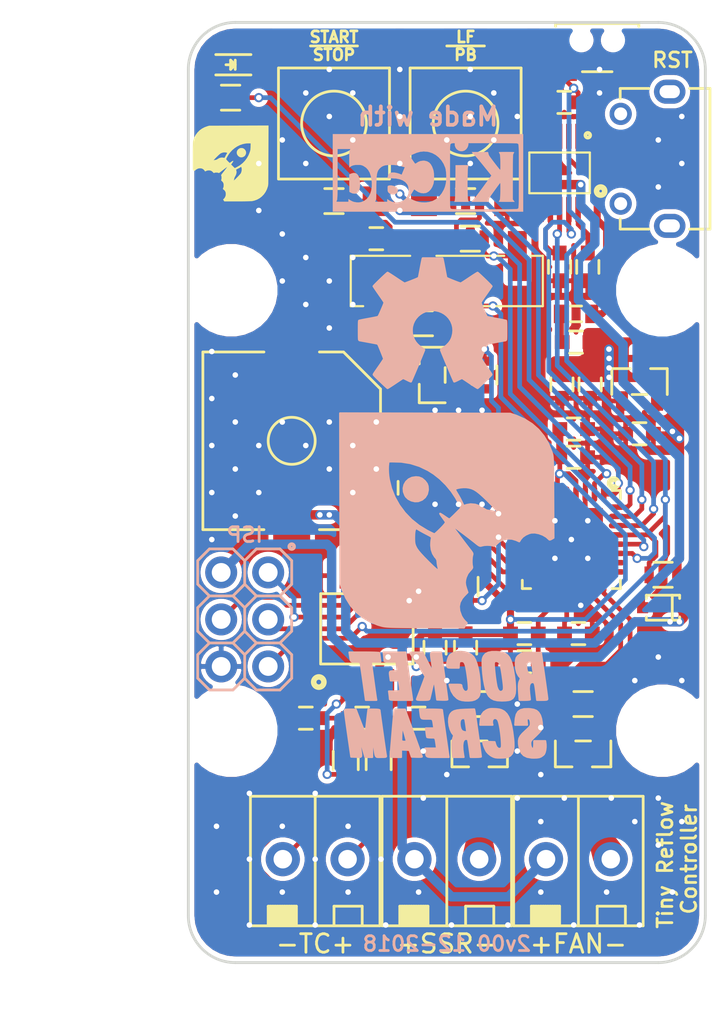
<source format=kicad_pcb>
(kicad_pcb (version 20171130) (host pcbnew 5.0.2-bee76a0~70~ubuntu18.04.1)
  (layers (0 F.Cu signal) (31 B.Cu signal) (34 B.Paste user) (35 F.Paste user) (36 B.SilkS user) (37 F.SilkS user) (38 B.Mask user) (39 F.Mask user) (44 Edge.Cuts user))
  (net 0 "")
  (net 1 "Net-(U3-Pad6)")
  (net 2 "Net-(U3-Pad7)")
  (net 3 "Net-(D1-Pad2)")
  (net 4 "Net-(J2-Pad2)")
  (net 5 "Net-(J3-Pad3)")
  (net 6 "Net-(LS1-Pad2)")
  (net 7 "Net-(C2-Pad1)")
  (net 8 "Net-(C1-Pad1)")
  (net 9 "Net-(Q2-Pad1)")
  (net 10 "Net-(Q1-Pad1)")
  (net 11 "Net-(C7-Pad1)")
  (net 12 GND)
  (net 13 /TC-)
  (net 14 3V3)
  (net 15 /D12)
  (net 16 /RST)
  (net 17 /TC+)
  (net 18 VUSB)
  (net 19 /D2)
  (net 20 /D13)
  (net 21 /D3)
  (net 22 /D4)
  (net 23 /D5)
  (net 24 /D6)
  (net 25 /D9)
  (net 26 /D10)
  (net 27 /D11)
  (net 28 /D0)
  (net 29 /D1)
  (net 30 5V0)
  (net 31 "Net-(J3-Pad2)")
  (net 32 "Net-(J3-Pad4)")
  (net 33 "Net-(J3-Pad6)")
  (net 34 "Net-(J3-Pad7)")
  (net 35 "Net-(J3-Pad8)")
  (net 36 "Net-(J3-Pad9)")
  (net 37 "Net-(C14-Pad1)")
  (net 38 "Net-(U4-Pad5)")
  (net 39 "Net-(U4-Pad6)")
  (net 40 "Net-(F1-Pad2)")
  (net 41 "Net-(C15-Pad1)")
  (net 42 "Net-(C16-Pad1)")
  (net 43 /D7)
  (net 44 /D8)
  (net 45 "Net-(C17-Pad1)")
  (net 46 /A6)
  (net 47 AREF)
  (net 48 /A7)
  (net 49 /A0)
  (net 50 /A1)
  (net 51 /A2)
  (net 52 /A3)
  (net 53 /SDA)
  (net 54 /SCL)
  (net 55 "Net-(J5-Pad2)")
  (net 56 "Net-(Q3-Pad1)")
  (module RocketScreamKiCadLib:QFN-32_5x5mm_Pitch0.5mm (layer F.Cu) (at 170.701 77.14 270)
    (fp_text reference U1 hide)
    (fp_text value ATMEGA328P-MU)
    (pad 33 smd rect (at 1.135 0) (size 1.13 1.13) (layers F.Cu F.Paste) (net 12 GND))
    (pad 33 smd rect (at 1.135 1.135) (size 1.13 1.13) (layers F.Cu F.Paste) (net 12 GND))
    (pad 33 smd rect (at 0 1.135) (size 1.13 1.13) (layers F.Cu F.Paste) (net 12 GND))
    (pad 33 smd rect (at -1.135 1.135) (size 1.13 1.13) (layers F.Cu F.Paste) (net 12 GND))
    (pad 33 smd rect (at 1.135 -1.135) (size 1.13 1.13) (layers F.Cu F.Paste) (net 12 GND))
    (pad 33 smd rect (at 0 -1.135) (size 1.13 1.13) (layers F.Cu F.Paste) (net 12 GND))
    (pad 33 smd rect (at -1.135 -1.135) (size 1.13 1.13) (layers F.Cu F.Paste) (net 12 GND))
    (pad 33 smd rect (at -1.135 0) (size 1.13 1.13) (layers F.Cu F.Paste) (net 12 GND))
    (pad 33 smd rect (at 0 0) (size 1.14 1.14) (layers F.Cu F.Paste) (net 12 GND))
    (pad 33 smd rect (at 0 0) (size 3.4 3.4) (layers F.Cu F.Mask) (net 12 GND))
    (pad 32 smd roundrect (at -1.749999 -2.45) (size 0.85 0.3) (layers F.Cu F.Paste F.Mask) (roundrect_rratio 0.5) (net 19 /D2))
    (pad 31 smd roundrect (at -1.25 -2.45) (size 0.85 0.3) (layers F.Cu F.Paste F.Mask) (roundrect_rratio 0.5) (net 29 /D1))
    (pad 30 smd roundrect (at -0.75 -2.450001) (size 0.85 0.3) (layers F.Cu F.Paste F.Mask) (roundrect_rratio 0.5) (net 28 /D0))
    (pad 29 smd roundrect (at -0.25 -2.45) (size 0.85 0.3) (layers F.Cu F.Paste F.Mask) (roundrect_rratio 0.5) (net 16 /RST))
    (pad 28 smd roundrect (at 0.25 -2.45) (size 0.85 0.3) (layers F.Cu F.Paste F.Mask) (roundrect_rratio 0.5) (net 54 /SCL))
    (pad 27 smd roundrect (at 0.75 -2.450001) (size 0.85 0.3) (layers F.Cu F.Paste F.Mask) (roundrect_rratio 0.5) (net 53 /SDA))
    (pad 26 smd roundrect (at 1.25 -2.45) (size 0.85 0.3) (layers F.Cu F.Paste F.Mask) (roundrect_rratio 0.5) (net 52 /A3))
    (pad 25 smd roundrect (at 1.749999 -2.45) (size 0.85 0.3) (layers F.Cu F.Paste F.Mask) (roundrect_rratio 0.5) (net 51 /A2))
    (pad 24 smd roundrect (at 2.45 -1.749999 270) (size 0.85 0.3) (layers F.Cu F.Paste F.Mask) (roundrect_rratio 0.5) (net 50 /A1))
    (pad 23 smd roundrect (at 2.45 -1.25 270) (size 0.85 0.3) (layers F.Cu F.Paste F.Mask) (roundrect_rratio 0.5) (net 49 /A0))
    (pad 22 smd roundrect (at 2.450001 -0.75 270) (size 0.85 0.3) (layers F.Cu F.Paste F.Mask) (roundrect_rratio 0.5) (net 48 /A7))
    (pad 21 smd roundrect (at 2.45 -0.25 270) (size 0.85 0.3) (layers F.Cu F.Paste F.Mask) (roundrect_rratio 0.5) (net 12 GND))
    (pad 20 smd roundrect (at 2.45 0.25 270) (size 0.85 0.3) (layers F.Cu F.Paste F.Mask) (roundrect_rratio 0.5) (net 47 AREF))
    (pad 19 smd roundrect (at 2.450001 0.75 270) (size 0.85 0.3) (layers F.Cu F.Paste F.Mask) (roundrect_rratio 0.5) (net 46 /A6))
    (pad 18 smd roundrect (at 2.45 1.25 270) (size 0.85 0.3) (layers F.Cu F.Paste F.Mask) (roundrect_rratio 0.5) (net 45 "Net-(C17-Pad1)"))
    (pad 17 smd roundrect (at 2.45 1.749999 270) (size 0.85 0.3) (layers F.Cu F.Paste F.Mask) (roundrect_rratio 0.5) (net 20 /D13))
    (pad 16 smd roundrect (at 1.749999 2.45) (size 0.85 0.3) (layers F.Cu F.Paste F.Mask) (roundrect_rratio 0.5) (net 15 /D12))
    (pad 15 smd roundrect (at 1.25 2.45) (size 0.85 0.3) (layers F.Cu F.Paste F.Mask) (roundrect_rratio 0.5) (net 27 /D11))
    (pad 14 smd roundrect (at 0.75 2.450001) (size 0.85 0.3) (layers F.Cu F.Paste F.Mask) (roundrect_rratio 0.5) (net 26 /D10))
    (pad 13 smd roundrect (at 0.25 2.45) (size 0.85 0.3) (layers F.Cu F.Paste F.Mask) (roundrect_rratio 0.5) (net 25 /D9))
    (pad 12 smd roundrect (at -0.25 2.45) (size 0.85 0.3) (layers F.Cu F.Paste F.Mask) (roundrect_rratio 0.5) (net 44 /D8))
    (pad 11 smd roundrect (at -0.75 2.450001) (size 0.85 0.3) (layers F.Cu F.Paste F.Mask) (roundrect_rratio 0.5) (net 43 /D7))
    (pad 10 smd roundrect (at -1.25 2.45) (size 0.85 0.3) (layers F.Cu F.Paste F.Mask) (roundrect_rratio 0.5) (net 24 /D6))
    (pad 9 smd roundrect (at -1.749999 2.45) (size 0.85 0.3) (layers F.Cu F.Paste F.Mask) (roundrect_rratio 0.5) (net 23 /D5))
    (pad 8 smd roundrect (at -2.449999 1.75 270) (size 0.85 0.3) (layers F.Cu F.Paste F.Mask) (roundrect_rratio 0.5) (net 42 "Net-(C16-Pad1)"))
    (pad 7 smd roundrect (at -2.45 1.25 270) (size 0.85 0.3) (layers F.Cu F.Paste F.Mask) (roundrect_rratio 0.5) (net 41 "Net-(C15-Pad1)"))
    (pad 6 smd roundrect (at -2.450001 0.75 270) (size 0.85 0.3) (layers F.Cu F.Paste F.Mask) (roundrect_rratio 0.5) (net 14 3V3))
    (pad 5 smd roundrect (at -2.45 0.25 270) (size 0.85 0.3) (layers F.Cu F.Paste F.Mask) (roundrect_rratio 0.5) (net 12 GND))
    (pad 4 smd roundrect (at -2.45 -0.25 270) (size 0.85 0.3) (layers F.Cu F.Paste F.Mask) (roundrect_rratio 0.5) (net 14 3V3))
    (pad 3 smd roundrect (at -2.450001 -0.75 270) (size 0.85 0.3) (layers F.Cu F.Paste F.Mask) (roundrect_rratio 0.5) (net 12 GND))
    (pad 2 smd roundrect (at -2.45 -1.25 270) (size 0.85 0.3) (layers F.Cu F.Paste F.Mask) (roundrect_rratio 0.5) (net 22 /D4))
    (pad 1 smd roundrect (at -2.45 -1.749999 90) (size 0.85 0.3) (layers F.Cu F.Paste F.Mask) (roundrect_rratio 0.5) (net 21 /D3))
  )
  (module RocketScreamKiCadLib:TSSOP-14 (layer F.Cu) (at 159.652 81.966 90)
    (fp_text reference U3 hide)
    (fp_text value MAX31856)
    (pad 1 smd rect (at -2.875 -1.95 90) (size 1.4 0.35) (layers F.Cu F.Paste F.Mask) (net 12 GND))
    (pad 2 smd rect (at -2.875 -1.3 90) (size 1.4 0.35) (layers F.Cu F.Paste F.Mask) (net 13 /TC-))
    (pad 3 smd rect (at -2.875 -0.65 90) (size 1.4 0.35) (layers F.Cu F.Paste F.Mask) (net 8 "Net-(C1-Pad1)"))
    (pad 4 smd rect (at -2.875 0 90) (size 1.4 0.35) (layers F.Cu F.Paste F.Mask) (net 7 "Net-(C2-Pad1)"))
    (pad 5 smd rect (at -2.875 0.65 90) (size 1.4 0.35) (layers F.Cu F.Paste F.Mask) (net 14 3V3))
    (pad 6 smd rect (at -2.875 1.3 90) (size 1.4 0.35) (layers F.Cu F.Paste F.Mask) (net 1 "Net-(U3-Pad6)"))
    (pad 7 smd rect (at -2.875 1.95 90) (size 1.4 0.35) (layers F.Cu F.Paste F.Mask) (net 2 "Net-(U3-Pad7)"))
    (pad 8 smd rect (at 2.875 1.95 90) (size 1.4 0.35) (layers F.Cu F.Paste F.Mask) (net 14 3V3))
    (pad 9 smd rect (at 2.875 1.3 90) (size 1.4 0.35) (layers F.Cu F.Paste F.Mask) (net 26 /D10))
    (pad 10 smd rect (at 2.875 0.65 90) (size 1.4 0.35) (layers F.Cu F.Paste F.Mask) (net 20 /D13))
    (pad 11 smd rect (at 2.875 0 90) (size 1.4 0.35) (layers F.Cu F.Paste F.Mask) (net 15 /D12))
    (pad 12 smd rect (at 2.875 -0.65 90) (size 1.4 0.35) (layers F.Cu F.Paste F.Mask) (net 27 /D11))
    (pad 13 smd rect (at 2.875 -1.3 90) (size 1.4 0.35) (layers F.Cu F.Paste F.Mask) (net 25 /D9))
    (pad 14 smd rect (at 2.875 -1.95 90) (size 1.4 0.35) (layers F.Cu F.Paste F.Mask) (net 12 GND))
  )
  (module RocketScreamKiCadLib:LOGO-ROCKET-SCREAM_Vertical_Small (layer B.Cu) (at 163.97 79.934 180)
    (fp_text reference LOGO3 hide)
    (fp_text value LOGO-ROCKET-SCREAM hide)
  )
  (module RocketScreamKiCadLib:LOGO-KICAD_XSmall (layer B.Cu) (at 162.954 57.328 180)
    (fp_text reference LOGO2 hide)
    (fp_text value LOGO-KICAD hide)
  )
  (module RocketScreamKiCadLib:HYG9605B (layer F.Cu) (at 155.588 71.806 180)
    (fp_text reference LS1 hide)
    (fp_text value HYG9605B)
    (pad 1 smd rect (at 0 -4 180) (size 2 3) (layers F.Cu F.Paste F.Mask) (net 30 5V0))
    (pad 2 smd rect (at 0 4 180) (size 2 3) (layers F.Cu F.Paste F.Mask) (net 6 "Net-(LS1-Pad2)"))
  )
  (module RocketScreamKiCadLib:IT-1102W (layer F.Cu) (at 164.986 54.661 90)
    (fp_text reference SW2 hide)
    (fp_text value IT-1109S)
    (pad 4 smd rect (at 4.2 2.25 90) (size 1.6 1.4) (layers F.Cu F.Paste F.Mask) (net 12 GND))
    (pad 3 smd rect (at -4.2 2.25 90) (size 1.6 1.4) (layers F.Cu F.Paste F.Mask) (net 12 GND))
    (pad 2 smd rect (at 4.2 -2.25 90) (size 1.6 1.4) (layers F.Cu F.Paste F.Mask) (net 19 /D2))
    (pad 1 smd rect (at -4.2 -2.25 90) (size 1.6 1.4) (layers F.Cu F.Paste F.Mask) (net 19 /D2))
  )
  (module RocketScreamKiCadLib:IT-1102W (layer F.Cu) (at 157.874 54.661 90)
    (fp_text reference SW1 hide)
    (fp_text value IT-1109S)
    (pad 4 smd rect (at 4.2 2.25 90) (size 1.6 1.4) (layers F.Cu F.Paste F.Mask) (net 21 /D3))
    (pad 3 smd rect (at -4.2 2.25 90) (size 1.6 1.4) (layers F.Cu F.Paste F.Mask) (net 21 /D3))
    (pad 2 smd rect (at 4.2 -2.25 90) (size 1.6 1.4) (layers F.Cu F.Paste F.Mask) (net 12 GND))
    (pad 1 smd rect (at -4.2 -2.25 90) (size 1.6 1.4) (layers F.Cu F.Paste F.Mask) (net 12 GND))
  )
  (module RocketScreamKiCadLib:SOT-23 (layer F.Cu) (at 174.384 68.504)
    (fp_text reference U2 hide)
    (fp_text value MCP1700T-3302E-TT)
    (pad 1 smd rect (at -0.95 1.15) (size 0.65 1.05) (layers F.Cu F.Paste F.Mask) (net 12 GND))
    (pad 2 smd rect (at 0.95 1.15) (size 0.65 1.05) (layers F.Cu F.Paste F.Mask) (net 14 3V3))
    (pad 3 smd rect (at 0 -1.15) (size 0.65 1.05) (layers F.Cu F.Paste F.Mask) (net 30 5V0))
  )
  (module RocketScreamKiCadLib:OLED-SSD1306-128X64-I2C (layer F.Cu) (at 163.97 63.17)
    (fp_text reference U5 hide)
    (fp_text value OLED-SSD1306-128X64-I2C)
    (pad "" np_thru_hole circle (at 11.65 24.3) (size 2.2 2.2) (drill 2.2) (layers *.Cu *.Mask) (clearance 1.4))
    (pad "" np_thru_hole circle (at -11.65 24.3) (size 2.2 2.2) (drill 2.2) (layers *.Cu *.Mask) (clearance 1.4))
    (pad "" np_thru_hole circle (at 11.65 0.5) (size 2.2 2.2) (drill 2.2) (layers *.Cu *.Mask) (clearance 1.4))
    (pad "" np_thru_hole circle (at -11.65 0.5) (size 2.2 2.2) (drill 2.2) (layers *.Cu *.Mask) (clearance 1.4))
    (pad 1 smd rect (at -3.81 1.35) (size 1.02 2.7) (layers F.Cu F.Paste F.Mask) (net 12 GND))
    (pad 2 smd rect (at -1.27 -1.35) (size 1.02 2.7) (layers F.Cu F.Paste F.Mask) (net 14 3V3))
    (pad 3 smd rect (at 1.27 1.35) (size 1.02 2.7) (layers F.Cu F.Paste F.Mask) (net 54 /SCL))
    (pad 4 smd rect (at 3.81 -1.35) (size 1.02 2.7) (layers F.Cu F.Paste F.Mask) (net 53 /SDA))
  )
  (module RocketScreamKiCadLib:R_0603 (layer F.Cu) (at 171.336 86.03)
    (fp_text reference R12 hide)
    (fp_text value 53K6)
    (pad 2 smd rect (at 0.75 0) (size 0.5 0.9) (layers F.Cu F.Paste F.Mask) (net 56 "Net-(Q3-Pad1)"))
    (pad 1 smd rect (at -0.75 0) (size 0.5 0.9) (layers F.Cu F.Paste F.Mask) (net 50 /A1))
  )
  (module RocketScreamKiCadLib:SOT-23 (layer F.Cu) (at 171.336 88.824 180)
    (fp_text reference Q3 hide)
    (fp_text value 2N3904)
    (pad 1 smd rect (at -0.95 1.15 180) (size 0.65 1.05) (layers F.Cu F.Paste F.Mask) (net 56 "Net-(Q3-Pad1)"))
    (pad 2 smd rect (at 0.95 1.15 180) (size 0.65 1.05) (layers F.Cu F.Paste F.Mask) (net 12 GND))
    (pad 3 smd rect (at 0 -1.15 180) (size 0.65 1.05) (layers F.Cu F.Paste F.Mask) (net 55 "Net-(J5-Pad2)"))
  )
  (module RocketScreamKiCadLib:TB-1776275-2 (layer F.Cu) (at 171.082 94.412 180)
    (fp_text reference J5 hide)
    (fp_text value TERMINAL-BLOCK-1x2)
    (pad 2 thru_hole circle (at -1.75 0 180) (size 1.848 1.848) (drill 1) (layers *.Cu *.Mask) (net 55 "Net-(J5-Pad2)"))
    (pad 1 thru_hole circle (at 1.75 0 180) (size 1.848 1.848) (drill 1) (layers *.Cu *.Mask) (net 30 5V0))
  )
  (module RocketScreamKiCadLib:C_0603 (layer F.Cu) (at 160.16 60.884 180)
    (fp_text reference C19 hide)
    (fp_text value 100nF)
    (pad 2 smd rect (at 0.75 0 180) (size 0.8 0.75) (layers F.Cu F.Paste F.Mask) (net 12 GND))
    (pad 1 smd rect (at -0.75 0 180) (size 0.8 0.75) (layers F.Cu F.Paste F.Mask) (net 14 3V3))
  )
  (module RocketScreamKiCadLib:C_0603 (layer F.Cu) (at 164.986 82.982 90)
    (fp_text reference C10 hide)
    (fp_text value "10uF 16V X5R")
    (pad 1 smd rect (at -0.75 0 90) (size 0.8 0.75) (layers F.Cu F.Paste F.Mask) (net 12 GND))
    (pad 2 smd rect (at 0.75 0 90) (size 0.8 0.75) (layers F.Cu F.Paste F.Mask) (net 14 3V3))
  )
  (module RocketScreamKiCadLib:C_0603 (layer F.Cu) (at 170.828 72.695)
    (fp_text reference C11 hide)
    (fp_text value 100nF)
    (pad 2 smd rect (at 0.75 0) (size 0.8 0.75) (layers F.Cu F.Paste F.Mask) (net 12 GND))
    (pad 1 smd rect (at -0.75 0) (size 0.8 0.75) (layers F.Cu F.Paste F.Mask) (net 14 3V3))
  )
  (module RocketScreamKiCadLib:C_0603 (layer F.Cu) (at 161.938 71.425 90)
    (fp_text reference C15 hide)
    (fp_text value 10pF)
    (pad 1 smd rect (at -0.75 0 90) (size 0.8 0.75) (layers F.Cu F.Paste F.Mask) (net 41 "Net-(C15-Pad1)"))
    (pad 2 smd rect (at 0.75 0 90) (size 0.8 0.75) (layers F.Cu F.Paste F.Mask) (net 12 GND))
  )
  (module RocketScreamKiCadLib:C_0603 (layer F.Cu) (at 161.938 74.346 270)
    (fp_text reference C16 hide)
    (fp_text value 10pF)
    (pad 2 smd rect (at 0.75 0 270) (size 0.8 0.75) (layers F.Cu F.Paste F.Mask) (net 12 GND))
    (pad 1 smd rect (at -0.75 0 270) (size 0.8 0.75) (layers F.Cu F.Paste F.Mask) (net 42 "Net-(C16-Pad1)"))
  )
  (module RocketScreamKiCadLib:C_0603 (layer F.Cu) (at 168.161 83.744 180)
    (fp_text reference C17 hide)
    (fp_text value 100nF)
    (pad 1 smd rect (at -0.75 0 180) (size 0.8 0.75) (layers F.Cu F.Paste F.Mask) (net 45 "Net-(C17-Pad1)"))
    (pad 2 smd rect (at 0.75 0 180) (size 0.8 0.75) (layers F.Cu F.Paste F.Mask) (net 12 GND))
  )
  (module RocketScreamKiCadLib:C_0603 (layer F.Cu) (at 171.082 82.22)
    (fp_text reference C18 hide)
    (fp_text value 100nF)
    (pad 2 smd rect (at 0.75 0) (size 0.8 0.75) (layers F.Cu F.Paste F.Mask) (net 12 GND))
    (pad 1 smd rect (at -0.75 0) (size 0.8 0.75) (layers F.Cu F.Paste F.Mask) (net 47 AREF))
  )
  (module RocketScreamKiCadLib:I_0603 (layer F.Cu) (at 168.161 82.22 180)
    (fp_text reference L2 hide)
    (fp_text value LBMF1608T100K)
    (pad 2 smd rect (at 0.75 0 180) (size 0.8 0.75) (layers F.Cu F.Paste F.Mask) (net 14 3V3))
    (pad 1 smd rect (at -0.75 0 180) (size 0.8 0.75) (layers F.Cu F.Paste F.Mask) (net 45 "Net-(C17-Pad1)"))
  )
  (module RocketScreamKiCadLib:MF-FSMF (layer F.Cu) (at 170.955 64.948 180)
    (fp_text reference F1 hide)
    (fp_text value FUSE)
    (pad 2 smd rect (at 0.85 0 180) (size 0.7 1) (layers F.Cu F.Paste F.Mask) (net 40 "Net-(F1-Pad2)"))
    (pad 1 smd rect (at -0.85 0 180) (size 0.7 1) (layers F.Cu F.Paste F.Mask) (net 18 VUSB))
  )
  (module RocketScreamKiCadLib:NX3225GD (layer F.Cu) (at 164.732 72.822 270)
    (fp_text reference Y1 hide)
    (fp_text value NX3225GD)
    (pad 1 smd rect (at -0.95 0 270) (size 1.5 2.7) (layers F.Cu F.Paste F.Mask) (net 41 "Net-(C15-Pad1)"))
    (pad 2 smd rect (at 0.95 0 270) (size 1.5 2.7) (layers F.Cu F.Paste F.Mask) (net 42 "Net-(C16-Pad1)"))
  )
  (module RocketScreamKiCadLib:C_0603 (layer F.Cu) (at 171.59 62.408 270)
    (fp_text reference C14 hide)
    (fp_text value 100nF)
    (pad 2 smd rect (at 0.75 0 270) (size 0.8 0.75) (layers F.Cu F.Paste F.Mask) (net 12 GND))
    (pad 1 smd rect (at -0.75 0 270) (size 0.8 0.75) (layers F.Cu F.Paste F.Mask) (net 37 "Net-(C14-Pad1)"))
  )
  (module RocketScreamKiCadLib:C_0603 (layer F.Cu) (at 170.066 62.408 270)
    (fp_text reference C13 hide)
    (fp_text value 100nF)
    (pad 1 smd rect (at -0.75 0 270) (size 0.8 0.75) (layers F.Cu F.Paste F.Mask) (net 14 3V3))
    (pad 2 smd rect (at 0.75 0 270) (size 0.8 0.75) (layers F.Cu F.Paste F.Mask) (net 12 GND))
  )
  (module RocketScreamKiCadLib:C_0603 (layer F.Cu) (at 171.717 68.758 270)
    (fp_text reference C12 hide)
    (fp_text value "10uF 16V X5R")
    (pad 2 smd rect (at 0.75 0 270) (size 0.8 0.75) (layers F.Cu F.Paste F.Mask) (net 12 GND))
    (pad 1 smd rect (at -0.75 0 270) (size 0.8 0.75) (layers F.Cu F.Paste F.Mask) (net 30 5V0))
  )
  (module RocketScreamKiCadLib:MSOP-10 (layer F.Cu) (at 170.066 57.328 180)
    (fp_text reference U4 hide)
    (fp_text value CH340E)
    (pad 10 smd rect (at -1 -1.975 180) (size 0.3 1.35) (layers F.Cu F.Paste F.Mask) (net 37 "Net-(C14-Pad1)"))
    (pad 1 smd rect (at -1 1.975 180) (size 0.3 1.35) (layers F.Cu F.Paste F.Mask) (net 5 "Net-(J3-Pad3)"))
    (pad 9 smd rect (at -0.5 -1.975 180) (size 0.3 1.35) (layers F.Cu F.Paste F.Mask) (net 29 /D1))
    (pad 2 smd rect (at -0.5 1.975 180) (size 0.3 1.35) (layers F.Cu F.Paste F.Mask) (net 31 "Net-(J3-Pad2)"))
    (pad 8 smd rect (at 0 -1.975 180) (size 0.3 1.35) (layers F.Cu F.Paste F.Mask) (net 28 /D0))
    (pad 3 smd rect (at 0 1.975 180) (size 0.3 1.35) (layers F.Cu F.Paste F.Mask) (net 12 GND))
    (pad 7 smd rect (at 0.5 -1.975 180) (size 0.3 1.35) (layers F.Cu F.Paste F.Mask) (net 14 3V3))
    (pad 4 smd rect (at 0.5 1.975 180) (size 0.3 1.35) (layers F.Cu F.Paste F.Mask) (net 11 "Net-(C7-Pad1)"))
    (pad 5 smd rect (at 1 1.975 180) (size 0.3 1.35) (layers F.Cu F.Paste F.Mask) (net 38 "Net-(U4-Pad5)"))
    (pad 6 smd rect (at 1 -1.975 180) (size 0.3 1.35) (layers F.Cu F.Paste F.Mask) (net 39 "Net-(U4-Pad6)"))
  )
  (module RocketScreamKiCadLib:R_0603 (layer F.Cu) (at 162.7 65.456)
    (fp_text reference R1 hide)
    (fp_text value 2K2)
    (pad 1 smd rect (at -0.75 0) (size 0.5 0.9) (layers F.Cu F.Paste F.Mask) (net 14 3V3))
    (pad 2 smd rect (at 0.75 0) (size 0.5 0.9) (layers F.Cu F.Paste F.Mask) (net 54 /SCL))
  )
  (module RocketScreamKiCadLib:R_0603 (layer F.Cu) (at 165.24 60.884)
    (fp_text reference R11 hide)
    (fp_text value 2K2)
    (pad 2 smd rect (at 0.75 0) (size 0.5 0.9) (layers F.Cu F.Paste F.Mask) (net 53 /SDA))
    (pad 1 smd rect (at -0.75 0) (size 0.5 0.9) (layers F.Cu F.Paste F.Mask) (net 14 3V3))
  )
  (module RocketScreamKiCadLib:SOD-323 (layer F.Cu) (at 175.654 80.823 180)
    (fp_text reference D3 hide)
    (fp_text value 1N4148WS)
    (pad 2 smd rect (at 1.1 0 180) (size 0.6 0.6) (layers F.Cu F.Paste F.Mask) (net 16 /RST))
    (pad 1 smd rect (at -1.1 0 180) (size 0.6 0.6) (layers F.Cu F.Paste F.Mask) (net 14 3V3))
  )
  (module RocketScreamKiCadLib:C_0603 (layer F.Cu) (at 156.35 86.792 180)
    (fp_text reference C1 hide)
    (fp_text value 10nF)
    (pad 2 smd rect (at 0.75 0 180) (size 0.8 0.75) (layers F.Cu F.Paste F.Mask) (net 12 GND))
    (pad 1 smd rect (at -0.75 0 180) (size 0.8 0.75) (layers F.Cu F.Paste F.Mask) (net 8 "Net-(C1-Pad1)"))
  )
  (module RocketScreamKiCadLib:C_0603 (layer F.Cu) (at 159.398 86.792)
    (fp_text reference C3 hide)
    (fp_text value 100nF)
    (pad 1 smd rect (at -0.75 0) (size 0.8 0.75) (layers F.Cu F.Paste F.Mask) (net 8 "Net-(C1-Pad1)"))
    (pad 2 smd rect (at 0.75 0) (size 0.8 0.75) (layers F.Cu F.Paste F.Mask) (net 7 "Net-(C2-Pad1)"))
  )
  (module RocketScreamKiCadLib:C_0603 (layer F.Cu) (at 170.193 68.758 270)
    (fp_text reference C4 hide)
    (fp_text value 100nF)
    (pad 2 smd rect (at 0.75 0 270) (size 0.8 0.75) (layers F.Cu F.Paste F.Mask) (net 12 GND))
    (pad 1 smd rect (at -0.75 0 270) (size 0.8 0.75) (layers F.Cu F.Paste F.Mask) (net 30 5V0))
  )
  (module RocketScreamKiCadLib:C_0603 (layer F.Cu) (at 174.384 71.425 180)
    (fp_text reference C5 hide)
    (fp_text value "10uF 16V X5R")
    (pad 1 smd rect (at -0.75 0 180) (size 0.8 0.75) (layers F.Cu F.Paste F.Mask) (net 14 3V3))
    (pad 2 smd rect (at 0.75 0 180) (size 0.8 0.75) (layers F.Cu F.Paste F.Mask) (net 12 GND))
  )
  (module RocketScreamKiCadLib:C_0603 (layer F.Cu) (at 170.828 71.171)
    (fp_text reference C6 hide)
    (fp_text value 100nF)
    (pad 2 smd rect (at 0.75 0) (size 0.8 0.75) (layers F.Cu F.Paste F.Mask) (net 12 GND))
    (pad 1 smd rect (at -0.75 0) (size 0.8 0.75) (layers F.Cu F.Paste F.Mask) (net 14 3V3))
  )
  (module RocketScreamKiCadLib:C_0603 (layer F.Cu) (at 170.32 53.518)
    (fp_text reference C7 hide)
    (fp_text value 100nF)
    (pad 1 smd rect (at -0.75 0) (size 0.8 0.75) (layers F.Cu F.Paste F.Mask) (net 11 "Net-(C7-Pad1)"))
    (pad 2 smd rect (at 0.75 0) (size 0.8 0.75) (layers F.Cu F.Paste F.Mask) (net 16 /RST))
  )
  (module RocketScreamKiCadLib:C_0603 (layer F.Cu) (at 163.335 79.68 270)
    (fp_text reference C8 hide)
    (fp_text value 100nF)
    (pad 2 smd rect (at 0.75 0 270) (size 0.8 0.75) (layers F.Cu F.Paste F.Mask) (net 12 GND))
    (pad 1 smd rect (at -0.75 0 270) (size 0.8 0.75) (layers F.Cu F.Paste F.Mask) (net 14 3V3))
  )
  (module RocketScreamKiCadLib:C_0603 (layer F.Cu) (at 163.335 82.982 270)
    (fp_text reference C9 hide)
    (fp_text value 100nF)
    (pad 1 smd rect (at -0.75 0 270) (size 0.8 0.75) (layers F.Cu F.Paste F.Mask) (net 14 3V3))
    (pad 2 smd rect (at 0.75 0 270) (size 0.8 0.75) (layers F.Cu F.Paste F.Mask) (net 12 GND))
  )
  (module RocketScreamKiCadLib:C_0603 (layer F.Cu) (at 162.446 86.792)
    (fp_text reference C2 hide)
    (fp_text value 10nF)
    (pad 2 smd rect (at 0.75 0) (size 0.8 0.75) (layers F.Cu F.Paste F.Mask) (net 12 GND))
    (pad 1 smd rect (at -0.75 0) (size 0.8 0.75) (layers F.Cu F.Paste F.Mask) (net 7 "Net-(C2-Pad1)"))
  )
  (module RocketScreamKiCadLib:HDR_2x3_Pitch2.54mm (layer B.Cu) (at 153.048 81.458 270)
    (fp_text reference J4 hide)
    (fp_text value "2.54mm 2x3")
    (pad 1 thru_hole oval (at -2.54 -1.27 270) (size 1.7272 1.7272) (drill 1.016) (layers *.Cu *.Mask) (net 15 /D12))
    (pad 2 thru_hole oval (at -2.54 1.27 270) (size 1.7272 1.7272) (drill 1.016) (layers *.Cu *.Mask) (net 14 3V3))
    (pad 3 thru_hole oval (at 0 -1.27 270) (size 1.7272 1.7272) (drill 1.016) (layers *.Cu *.Mask) (net 20 /D13))
    (pad 4 thru_hole oval (at 0 1.27 270) (size 1.7272 1.7272) (drill 1.016) (layers *.Cu *.Mask) (net 27 /D11))
    (pad 5 thru_hole oval (at 2.54 -1.27 270) (size 1.7272 1.7272) (drill 1.016) (layers *.Cu *.Mask) (net 16 /RST))
    (pad 6 thru_hole oval (at 2.54 1.27 270) (size 1.7272 1.7272) (drill 1.016) (layers *.Cu *.Mask) (net 12 GND))
  )
  (module RocketScreamKiCadLib:I_0603 (layer F.Cu) (at 170.955 66.472)
    (fp_text reference L1 hide)
    (fp_text value BLM18KG221SN1D)
    (pad 2 smd rect (at 0.75 0) (size 0.8 0.75) (layers F.Cu F.Paste F.Mask) (net 30 5V0))
    (pad 1 smd rect (at -0.75 0) (size 0.8 0.75) (layers F.Cu F.Paste F.Mask) (net 40 "Net-(F1-Pad2)"))
  )
  (module RocketScreamKiCadLib:LED_0603 (layer F.Cu) (at 152.286 51.486 180)
    (fp_text reference D1 hide)
    (fp_text value Red)
    (pad 2 smd rect (at 0.7493 0) (size 0.79756 0.79756) (layers F.Cu F.Paste F.Mask) (net 3 "Net-(D1-Pad2)"))
    (pad 1 smd rect (at -0.7493 0) (size 0.79756 0.79756) (layers F.Cu F.Paste F.Mask) (net 12 GND))
  )
  (module RocketScreamKiCadLib:LOGO-OSHW_Small (layer B.Cu) (at 163.208 65.456 180)
    (fp_text reference LOGO4 hide)
    (fp_text value LOGO-OSHW hide)
  )
  (module RocketScreamKiCadLib:LOGO-ROCKET-SCREAM_Without_Text_XXXSmall (layer F.Cu) (at 152.286 56.82)
    (fp_text reference LOGO1 hide)
    (fp_text value LOGO-ROCKET-SCREAM hide)
  )
  (module RocketScreamKiCadLib:MICRO-USB (layer F.Cu) (at 174.892 56.566 90)
    (fp_text reference J3 hide)
    (fp_text value MICRO-USB)
    (pad 9 thru_hole oval (at 3.625 1.125 90) (size 1.3 1.7) (drill oval 0.7 1.1) (layers *.Cu *.Mask F.Paste) (net 36 "Net-(J3-Pad9)"))
    (pad 8 thru_hole oval (at -3.625 1.125 90) (size 1.3 1.7) (drill oval 0.7 1.1) (layers *.Cu *.Mask F.Paste) (net 35 "Net-(J3-Pad8)"))
    (pad 7 thru_hole circle (at 2.425 -1.525 90) (size 1.2 1.2) (drill 0.7) (layers *.Cu *.Mask F.Paste) (net 34 "Net-(J3-Pad7)"))
    (pad 6 thru_hole circle (at -2.425 -1.525 90) (size 1.2 1.2) (drill 0.7) (layers *.Cu *.Mask F.Paste) (net 33 "Net-(J3-Pad6)"))
    (pad 5 smd rect (at 1.3 -1.45 90) (size 0.4 1.35) (layers F.Cu F.Paste F.Mask) (net 12 GND))
    (pad 4 smd rect (at 0.650001 -1.45 90) (size 0.4 1.35) (layers F.Cu F.Paste F.Mask) (net 32 "Net-(J3-Pad4)"))
    (pad 3 smd rect (at 0 -1.45 90) (size 0.4 1.35) (layers F.Cu F.Paste F.Mask) (net 5 "Net-(J3-Pad3)"))
    (pad 2 smd rect (at -0.650001 -1.45 90) (size 0.4 1.35) (layers F.Cu F.Paste F.Mask) (net 31 "Net-(J3-Pad2)"))
    (pad 1 smd rect (at -1.3 -1.45 90) (size 0.4 1.35) (layers F.Cu F.Paste F.Mask) (net 18 VUSB))
  )
  (module RocketScreamKiCadLib:R_0603 (layer F.Cu) (at 152.286 53.264)
    (fp_text reference R6 hide)
    (fp_text value 2K2)
    (pad 2 smd rect (at 0.75 0) (size 0.5 0.9) (layers F.Cu F.Paste F.Mask) (net 22 /D4))
    (pad 1 smd rect (at -0.75 0) (size 0.5 0.9) (layers F.Cu F.Paste F.Mask) (net 3 "Net-(D1-Pad2)"))
  )
  (module RocketScreamKiCadLib:R_0603 (layer F.Cu) (at 164.986 58.852 180)
    (fp_text reference R5 hide)
    (fp_text value 10K)
    (pad 1 smd rect (at -0.75 0 180) (size 0.5 0.9) (layers F.Cu F.Paste F.Mask) (net 14 3V3))
    (pad 2 smd rect (at 0.75 0 180) (size 0.5 0.9) (layers F.Cu F.Paste F.Mask) (net 19 /D2))
  )
  (module RocketScreamKiCadLib:R_0603 (layer F.Cu) (at 157.874 58.852)
    (fp_text reference R4 hide)
    (fp_text value 10K)
    (pad 2 smd rect (at 0.75 0) (size 0.5 0.9) (layers F.Cu F.Paste F.Mask) (net 21 /D3))
    (pad 1 smd rect (at -0.75 0) (size 0.5 0.9) (layers F.Cu F.Paste F.Mask) (net 14 3V3))
  )
  (module RocketScreamKiCadLib:R_0603 (layer F.Cu) (at 160.287 89.078 90)
    (fp_text reference R3 hide)
    (fp_text value 100R)
    (pad 1 smd rect (at -0.75 0 90) (size 0.5 0.9) (layers F.Cu F.Paste F.Mask) (net 17 /TC+))
    (pad 2 smd rect (at 0.75 0 90) (size 0.5 0.9) (layers F.Cu F.Paste F.Mask) (net 7 "Net-(C2-Pad1)"))
  )
  (module RocketScreamKiCadLib:R_0603 (layer F.Cu) (at 166.002 68.25 270)
    (fp_text reference R7 hide)
    (fp_text value 27K)
    (pad 2 smd rect (at 0.75 0 270) (size 0.5 0.9) (layers F.Cu F.Paste F.Mask) (net 10 "Net-(Q1-Pad1)"))
    (pad 1 smd rect (at -0.75 0 270) (size 0.5 0.9) (layers F.Cu F.Paste F.Mask) (net 23 /D5))
  )
  (module RocketScreamKiCadLib:R_0603 (layer F.Cu) (at 165.748 86.03)
    (fp_text reference R8 hide)
    (fp_text value 53K6)
    (pad 1 smd rect (at -0.75 0) (size 0.5 0.9) (layers F.Cu F.Paste F.Mask) (net 49 /A0))
    (pad 2 smd rect (at 0.75 0) (size 0.5 0.9) (layers F.Cu F.Paste F.Mask) (net 9 "Net-(Q2-Pad1)"))
  )
  (module RocketScreamKiCadLib:R_0603 (layer F.Cu) (at 175.654 79.045)
    (fp_text reference R9 hide)
    (fp_text value 10K)
    (pad 2 smd rect (at 0.75 0) (size 0.5 0.9) (layers F.Cu F.Paste F.Mask) (net 14 3V3))
    (pad 1 smd rect (at -0.75 0) (size 0.5 0.9) (layers F.Cu F.Paste F.Mask) (net 16 /RST))
  )
  (module RocketScreamKiCadLib:R_0603 (layer F.Cu) (at 164.986 79.68 270)
    (fp_text reference R10 hide)
    (fp_text value 10K)
    (pad 1 smd rect (at -0.75 0 270) (size 0.5 0.9) (layers F.Cu F.Paste F.Mask) (net 14 3V3))
    (pad 2 smd rect (at 0.75 0 270) (size 0.5 0.9) (layers F.Cu F.Paste F.Mask) (net 26 /D10))
  )
  (module RocketScreamKiCadLib:R_0603 (layer F.Cu) (at 158.509 89.078 90)
    (fp_text reference R2 hide)
    (fp_text value 100R)
    (pad 2 smd rect (at 0.75 0 90) (size 0.5 0.9) (layers F.Cu F.Paste F.Mask) (net 8 "Net-(C1-Pad1)"))
    (pad 1 smd rect (at -0.75 0 90) (size 0.5 0.9) (layers F.Cu F.Paste F.Mask) (net 13 /TC-))
  )
  (module RocketScreamKiCadLib:SOT-23 (layer F.Cu) (at 163.081 68.25 90)
    (fp_text reference Q1 hide)
    (fp_text value 2N3904)
    (pad 3 smd rect (at 0 -1.15 90) (size 0.65 1.05) (layers F.Cu F.Paste F.Mask) (net 6 "Net-(LS1-Pad2)"))
    (pad 2 smd rect (at 0.95 1.15 90) (size 0.65 1.05) (layers F.Cu F.Paste F.Mask) (net 12 GND))
    (pad 1 smd rect (at -0.95 1.15 90) (size 0.65 1.05) (layers F.Cu F.Paste F.Mask) (net 10 "Net-(Q1-Pad1)"))
  )
  (module RocketScreamKiCadLib:SOT-23 (layer F.Cu) (at 165.748 88.824 180)
    (fp_text reference Q2 hide)
    (fp_text value 2N3904)
    (pad 1 smd rect (at -0.95 1.15 180) (size 0.65 1.05) (layers F.Cu F.Paste F.Mask) (net 9 "Net-(Q2-Pad1)"))
    (pad 2 smd rect (at 0.95 1.15 180) (size 0.65 1.05) (layers F.Cu F.Paste F.Mask) (net 12 GND))
    (pad 3 smd rect (at 0 -1.15 180) (size 0.65 1.05) (layers F.Cu F.Paste F.Mask) (net 4 "Net-(J2-Pad2)"))
  )
  (module RocketScreamKiCadLib:TB-1776275-2 (layer F.Cu) (at 156.858 94.412 180)
    (fp_text reference J1 hide)
    (fp_text value TERMINAL-BLOCK-1x2)
    (pad 1 thru_hole circle (at 1.75 0 180) (size 1.848 1.848) (drill 1) (layers *.Cu *.Mask) (net 13 /TC-))
    (pad 2 thru_hole circle (at -1.75 0 180) (size 1.848 1.848) (drill 1) (layers *.Cu *.Mask) (net 17 /TC+))
  )
  (module RocketScreamKiCadLib:TB-1776275-2 (layer F.Cu) (at 163.97 94.412 180)
    (fp_text reference J2 hide)
    (fp_text value TERMINAL-BLOCK-1x2)
    (pad 2 thru_hole circle (at -1.75 0 180) (size 1.848 1.848) (drill 1) (layers *.Cu *.Mask) (net 4 "Net-(J2-Pad2)"))
    (pad 1 thru_hole circle (at 1.75 0 180) (size 1.848 1.848) (drill 1) (layers *.Cu *.Mask) (net 30 5V0))
  )
  (module RocketScreamKiCadLib:TS-018 (layer F.Cu) (at 172.098 49.962)
    (fp_text reference SW3 hide)
    (fp_text value TS-018)
    (pad "" np_thru_hole circle (at 0.85 0.2) (size 0.8 0.8) (drill 0.8) (layers *.Cu *.Mask))
    (pad "" np_thru_hole circle (at -0.85 0.2) (size 0.8 0.8) (drill 0.8) (layers *.Cu *.Mask))
    (pad 4 smd rect (at -2.3 0.2) (size 0.9 1.2) (layers F.Cu F.Paste F.Mask))
    (pad 3 smd rect (at 2.3 0.2) (size 0.9 1.2) (layers F.Cu F.Paste F.Mask))
    (pad 2 smd rect (at 1.675 1.75) (size 1.15 1.3) (layers F.Cu F.Paste F.Mask) (net 12 GND))
    (pad 1 smd rect (at -1.675 1.75) (size 1.15 1.3) (layers F.Cu F.Paste F.Mask) (net 16 /RST))
  )
  (gr_text +FAN- (at 171.082 98.984) (layer F.SilkS) (effects (font (size 1 1))))
  (gr_text "2v00 12-2018" (at 163.97 98.984) (layer B.SilkS) (effects (font (size 0.8 0.8)) (justify mirror)))
  (gr_text "Made with" (at 162.954 54.28) (layer B.SilkS) (effects (font (size 1 1) (thickness 0.2)) (justify mirror)))
  (gr_text RST (at 176.162 51.232) (layer F.SilkS) (effects (font (size 0.8 0.8))))
  (gr_circle (center 155.588 77.521) (end 155.461 77.521) (layer B.SilkS) (width 0.2))
  (gr_line (start 156.604 50.47) (end 159.144 50.47) (layer F.SilkS) (width 0.15))
  (gr_text ISP (at 153.048 76.886) (layer B.SilkS) (effects (font (size 0.8 0.8)) (justify mirror)))
  (gr_text "Tiny Reflow \nController" (at 176.416 94.412 90) (layer F.SilkS) (effects (font (size 0.8 0.8))))
  (gr_text +SSR- (at 163.97 98.984) (layer F.SilkS) (effects (font (size 1 1))))
  (gr_line (start 163.97 50.47) (end 166.002 50.47) (layer F.SilkS) (width 0.15))
  (gr_text "LF\nPB" (at 164.986 50.47) (layer F.SilkS) (effects (font (size 0.6 0.6))))
  (gr_text "START\nSTOP" (at 157.874 50.47) (layer F.SilkS) (effects (font (size 0.6 0.6))))
  (gr_arc (start 175.4 51.74) (end 177.94 51.74) (angle -90) (layer Edge.Cuts) (width 0.15))
  (gr_line (start 152.54 49.2) (end 175.4 49.2) (layer Edge.Cuts) (width 0.15))
  (gr_arc (start 152.54 51.74) (end 152.54 49.2) (angle -90) (layer Edge.Cuts) (width 0.15))
  (gr_text -TC+ (at 156.858 98.984) (layer F.SilkS) (effects (font (size 1 1))))
  (gr_arc (start 175.4 97.46) (end 175.4 100) (angle -90) (layer Edge.Cuts) (width 0.15))
  (gr_line (start 177.94 51.74) (end 177.94 97.46) (layer Edge.Cuts) (width 0.15))
  (gr_arc (start 152.54 97.46) (end 150 97.46) (angle -90) (layer Edge.Cuts) (width 0.15))
  (gr_line (start 152.54 100) (end 175.4 100) (layer Edge.Cuts) (width 0.15))
  (gr_line (start 150 51.74) (end 150 97.46) (layer Edge.Cuts) (width 0.15))
  (segment (start 151.5367 53.2633) (end 151.536 53.264) (width 0.254) (layer F.Cu) (net 3))
  (segment (start 151.5367 51.486) (end 151.5367 53.2633) (width 0.254) (layer F.Cu) (net 3))
  (segment (start 173.442 56.566) (end 171.336 56.566) (width 0.254) (layer F.Cu) (net 5))
  (segment (start 171.336 56.566) (end 171.097001 56.327001) (width 0.254) (layer F.Cu) (net 5))
  (segment (start 171.066 56.296) (end 171.336 56.566) (width 0.254) (layer F.Cu) (net 5))
  (segment (start 171.066 55.353) (end 171.066 56.296) (width 0.254) (layer F.Cu) (net 5))
  (segment (start 160.148 88.189) (end 160.287 88.328) (width 0.254) (layer F.Cu) (net 7))
  (segment (start 160.148 86.792) (end 160.148 88.189) (width 0.254) (layer F.Cu) (net 7))
  (segment (start 160.148 86.792) (end 161.696 86.792) (width 0.254) (layer F.Cu) (net 7))
  (segment (start 159.652 84.841) (end 159.652 85.776) (width 0.254) (layer F.Cu) (net 7))
  (segment (start 160.148 86.272) (end 160.148 86.792) (width 0.254) (layer F.Cu) (net 7))
  (segment (start 159.652 85.776) (end 160.148 86.272) (width 0.254) (layer F.Cu) (net 7))
  (segment (start 158.648 88.189) (end 158.509 88.328) (width 0.254) (layer F.Cu) (net 8))
  (segment (start 158.648 86.792) (end 158.648 88.189) (width 0.254) (layer F.Cu) (net 8))
  (segment (start 157.1 86.792) (end 158.648 86.792) (width 0.254) (layer F.Cu) (net 8))
  (segment (start 158.648 86.272) (end 158.648 86.792) (width 0.254) (layer F.Cu) (net 8))
  (segment (start 159.002 84.841) (end 159.002 85.918) (width 0.254) (layer F.Cu) (net 8))
  (segment (start 159.002 85.918) (end 158.648 86.272) (width 0.254) (layer F.Cu) (net 8))
  (segment (start 166.498 86.03) (end 166.498 86.653) (width 0.254) (layer F.Cu) (net 9))
  (segment (start 166.698 86.853) (end 166.698 87.674) (width 0.254) (layer F.Cu) (net 9))
  (segment (start 166.498 86.653) (end 166.698 86.853) (width 0.254) (layer F.Cu) (net 9))
  (segment (start 164.231 69.2) (end 165.052 69.2) (width 0.254) (layer F.Cu) (net 10))
  (segment (start 165.252 69) (end 166.002 69) (width 0.254) (layer F.Cu) (net 10))
  (segment (start 165.052 69.2) (end 165.252 69) (width 0.254) (layer F.Cu) (net 10))
  (segment (start 169.566 53.522) (end 169.57 53.518) (width 0.254) (layer F.Cu) (net 11))
  (segment (start 169.566 55.353) (end 169.566 53.522) (width 0.254) (layer F.Cu) (net 11))
  (segment (start 170.451 74.69) (end 170.451 76.89) (width 0.254) (layer F.Cu) (net 12))
  (segment (start 171.451 76.39) (end 170.701 77.14) (width 0.254) (layer F.Cu) (net 12))
  (segment (start 171.451 74.689999) (end 171.451 76.39) (width 0.254) (layer F.Cu) (net 12))
  (segment (start 171.451 74.689999) (end 171.451 73.596) (width 0.254) (layer F.Cu) (net 12))
  (segment (start 171.578 73.469) (end 171.578 72.568) (width 0.254) (layer F.Cu) (net 12))
  (segment (start 171.451 73.596) (end 171.578 73.469) (width 0.254) (layer F.Cu) (net 12))
  (segment (start 155.624 58.861) (end 155.624 56.276) (width 0.254) (layer F.Cu) (net 12))
  (via (at 157.62 54.28) (size 0.5) (drill 0.3) (layers F.Cu B.Cu) (net 12))
  (segment (start 155.624 56.276) (end 157.62 54.28) (width 0.254) (layer F.Cu) (net 12))
  (via (at 161.43 54.28) (size 0.5) (drill 0.3) (layers F.Cu B.Cu) (net 12))
  (segment (start 157.62 54.28) (end 161.43 54.28) (width 0.254) (layer B.Cu) (net 12))
  (via (at 161.43 56.82) (size 0.5) (drill 0.3) (layers F.Cu B.Cu) (net 12))
  (segment (start 161.43 54.28) (end 161.43 56.82) (width 0.254) (layer F.Cu) (net 12))
  (via (at 161.43 51.74) (size 0.5) (drill 0.3) (layers F.Cu B.Cu) (net 12))
  (segment (start 161.43 54.28) (end 161.43 51.74) (width 0.254) (layer B.Cu) (net 12))
  (via (at 165.24 54.28) (size 0.5) (drill 0.3) (layers F.Cu B.Cu) (net 12))
  (segment (start 161.43 54.28) (end 165.24 54.28) (width 0.254) (layer B.Cu) (net 12))
  (via (at 172.225 51.74) (size 0.5) (drill 0.3) (layers F.Cu B.Cu) (net 12))
  (segment (start 173.773 51.712) (end 172.253 51.712) (width 0.254) (layer F.Cu) (net 12))
  (segment (start 172.253 51.712) (end 172.225 51.74) (width 0.254) (layer F.Cu) (net 12))
  (via (at 172.225 53.01) (size 0.5) (drill 0.3) (layers F.Cu B.Cu) (net 12))
  (segment (start 172.225 51.74) (end 172.225 53.01) (width 0.254) (layer B.Cu) (net 12))
  (segment (start 172.225 53.01) (end 172.225 54.153) (width 0.254) (layer F.Cu) (net 12))
  (segment (start 172.225 54.153) (end 172.098 54.28) (width 0.254) (layer F.Cu) (net 12))
  (segment (start 172.098 54.28) (end 170.066 54.28) (width 0.254) (layer F.Cu) (net 12))
  (segment (start 170.066 54.28) (end 170.066 55.353) (width 0.254) (layer F.Cu) (net 12))
  (segment (start 170.066 55.353) (end 170.066 56.439) (width 0.254) (layer F.Cu) (net 12))
  (segment (start 163.196 86.792) (end 163.196 88.074) (width 0.254) (layer F.Cu) (net 12))
  (via (at 162.7 88.57) (size 0.5) (drill 0.3) (layers F.Cu B.Cu) (net 12))
  (segment (start 163.196 88.074) (end 162.7 88.57) (width 0.254) (layer F.Cu) (net 12))
  (via (at 163.97 89.84) (size 0.5) (drill 0.3) (layers F.Cu B.Cu) (net 12))
  (segment (start 162.7 88.57) (end 163.97 89.84) (width 0.254) (layer B.Cu) (net 12))
  (via (at 162.7 91.11) (size 0.5) (drill 0.3) (layers F.Cu B.Cu) (net 12))
  (segment (start 163.97 89.84) (end 162.7 91.11) (width 0.254) (layer F.Cu) (net 12))
  (via (at 163.97 84.76) (size 0.5) (drill 0.3) (layers F.Cu B.Cu) (net 12))
  (segment (start 164.986 83.732) (end 166.268 83.732) (width 0.254) (layer F.Cu) (net 12))
  (via (at 170.701 77.14) (size 0.5) (drill 0.3) (layers F.Cu B.Cu) (net 12))
  (segment (start 170.951 79.59) (end 170.951 77.39) (width 0.254) (layer F.Cu) (net 12))
  (segment (start 170.701 77.14) (end 170.701 77.267) (width 0.254) (layer B.Cu) (net 12))
  (via (at 169.812 78.156) (size 0.5) (drill 0.3) (layers F.Cu B.Cu) (net 12))
  (via (at 169.812 76.124) (size 0.5) (drill 0.3) (layers F.Cu B.Cu) (net 12))
  (via (at 171.59 76.124) (size 0.5) (drill 0.3) (layers F.Cu B.Cu) (net 12))
  (via (at 171.59 78.156) (size 0.5) (drill 0.3) (layers F.Cu B.Cu) (net 12))
  (segment (start 163.335 84.76) (end 163.97 84.76) (width 0.254) (layer F.Cu) (net 12))
  (segment (start 163.335 83.732) (end 163.335 84.76) (width 0.254) (layer F.Cu) (net 12))
  (via (at 161.938 80.442) (size 0.5) (drill 0.3) (layers F.Cu B.Cu) (net 12))
  (segment (start 162.446 79.934) (end 161.938 80.442) (width 0.254) (layer B.Cu) (net 12))
  (via (at 162.446 79.934) (size 0.5) (drill 0.3) (layers F.Cu B.Cu) (net 12))
  (segment (start 162.446 80.43) (end 163.335 80.43) (width 0.254) (layer F.Cu) (net 12))
  (segment (start 162.446 79.934) (end 162.446 80.43) (width 0.254) (layer F.Cu) (net 12))
  (segment (start 162.7 91.11) (end 162.7 91.745) (width 0.254) (layer F.Cu) (net 12))
  (segment (start 162.7 91.11) (end 162.7 91.618) (width 0.254) (layer F.Cu) (net 12))
  (via (at 160.414 94.412) (size 0.5) (drill 0.3) (layers F.Cu B.Cu) (net 12))
  (segment (start 162.7 91.618) (end 160.414 93.904) (width 0.254) (layer F.Cu) (net 12))
  (segment (start 160.414 93.904) (end 160.414 94.412) (width 0.254) (layer F.Cu) (net 12))
  (via (at 158.636 96.19) (size 0.5) (drill 0.3) (layers F.Cu B.Cu) (net 12))
  (segment (start 160.414 94.412) (end 158.636 96.19) (width 0.254) (layer B.Cu) (net 12))
  (via (at 156.858 94.412) (size 0.5) (drill 0.3) (layers F.Cu B.Cu) (net 12))
  (via (at 155.08 96.19) (size 0.5) (drill 0.3) (layers F.Cu B.Cu) (net 12))
  (segment (start 156.858 96.19) (end 155.08 96.19) (width 0.254) (layer B.Cu) (net 12))
  (segment (start 156.858 94.412) (end 156.858 96.19) (width 0.254) (layer B.Cu) (net 12))
  (segment (start 156.858 96.19) (end 156.858 94.412) (width 0.254) (layer F.Cu) (net 12))
  (segment (start 158.636 96.19) (end 156.858 96.19) (width 0.254) (layer F.Cu) (net 12))
  (segment (start 155.08 96.19) (end 153.302 94.412) (width 0.254) (layer F.Cu) (net 12))
  (via (at 153.302 94.412) (size 0.5) (drill 0.3) (layers F.Cu B.Cu) (net 12))
  (segment (start 155.08 92.634) (end 153.302 94.412) (width 0.254) (layer F.Cu) (net 12))
  (via (at 155.08 92.634) (size 0.5) (drill 0.3) (layers F.Cu B.Cu) (net 12))
  (via (at 158.636 92.634) (size 0.5) (drill 0.3) (layers F.Cu B.Cu) (net 12))
  (segment (start 158.382 92.634) (end 158.636 92.634) (width 0.254) (layer F.Cu) (net 12))
  (segment (start 156.858 94.412) (end 156.858 94.158) (width 0.254) (layer F.Cu) (net 12))
  (segment (start 156.858 94.158) (end 158.382 92.634) (width 0.254) (layer F.Cu) (net 12))
  (segment (start 155.08 92.634) (end 156.858 90.856) (width 0.254) (layer F.Cu) (net 12))
  (via (at 156.858 90.856) (size 0.5) (drill 0.3) (layers F.Cu B.Cu) (net 12))
  (via (at 151.524 96.19) (size 0.5) (drill 0.3) (layers F.Cu B.Cu) (net 12))
  (segment (start 153.302 94.412) (end 151.524 96.19) (width 0.508) (layer B.Cu) (net 12))
  (via (at 151.524 92.634) (size 0.5) (drill 0.3) (layers F.Cu B.Cu) (net 12))
  (segment (start 153.302 94.412) (end 151.524 92.634) (width 0.508) (layer F.Cu) (net 12))
  (via (at 153.302 90.856) (size 0.5) (drill 0.3) (layers F.Cu B.Cu) (net 12))
  (segment (start 151.524 92.634) (end 153.302 90.856) (width 0.508) (layer B.Cu) (net 12))
  (via (at 153.302 97.968) (size 0.5) (drill 0.3) (layers F.Cu B.Cu) (net 12))
  (segment (start 151.524 96.19) (end 153.302 97.968) (width 0.508) (layer F.Cu) (net 12))
  (via (at 156.858 97.968) (size 0.5) (drill 0.3) (layers F.Cu B.Cu) (net 12))
  (segment (start 153.302 97.968) (end 156.858 97.968) (width 0.508) (layer B.Cu) (net 12))
  (via (at 160.668 97.968) (size 0.5) (drill 0.3) (layers F.Cu B.Cu) (net 12))
  (segment (start 156.858 97.968) (end 160.668 97.968) (width 0.508) (layer F.Cu) (net 12))
  (via (at 162.446 96.19) (size 0.5) (drill 0.3) (layers F.Cu B.Cu) (net 12))
  (segment (start 160.668 97.968) (end 162.446 96.19) (width 0.508) (layer B.Cu) (net 12))
  (via (at 164.224 97.968) (size 0.5) (drill 0.3) (layers F.Cu B.Cu) (net 12))
  (segment (start 162.446 96.19) (end 164.224 97.968) (width 0.508) (layer F.Cu) (net 12))
  (segment (start 161.938 70.675) (end 152.425 70.675) (width 0.254) (layer F.Cu) (net 12))
  (via (at 151.27 66.98) (size 0.5) (drill 0.3) (layers F.Cu B.Cu) (net 12))
  (segment (start 152.425 70.675) (end 151.27 69.52) (width 0.254) (layer F.Cu) (net 12))
  (segment (start 151.27 69.52) (end 151.27 66.98) (width 0.254) (layer F.Cu) (net 12))
  (via (at 152.54 68.25) (size 0.5) (drill 0.3) (layers F.Cu B.Cu) (net 12))
  (segment (start 151.27 66.98) (end 152.54 68.25) (width 0.254) (layer B.Cu) (net 12))
  (via (at 151.27 69.52) (size 0.5) (drill 0.3) (layers F.Cu B.Cu) (net 12))
  (segment (start 152.54 68.25) (end 151.27 69.52) (width 0.254) (layer F.Cu) (net 12))
  (via (at 152.54 70.79) (size 0.5) (drill 0.3) (layers F.Cu B.Cu) (net 12))
  (segment (start 151.27 69.52) (end 152.54 70.79) (width 0.254) (layer B.Cu) (net 12))
  (via (at 151.27 72.06) (size 0.5) (drill 0.3) (layers F.Cu B.Cu) (net 12))
  (segment (start 152.54 70.79) (end 151.27 72.06) (width 0.254) (layer F.Cu) (net 12))
  (via (at 152.54 73.33) (size 0.5) (drill 0.3) (layers F.Cu B.Cu) (net 12))
  (segment (start 151.27 72.06) (end 152.54 73.33) (width 0.254) (layer B.Cu) (net 12))
  (via (at 151.27 74.6) (size 0.5) (drill 0.3) (layers F.Cu B.Cu) (net 12))
  (segment (start 152.54 73.33) (end 151.27 74.6) (width 0.254) (layer F.Cu) (net 12))
  (via (at 152.54 75.87) (size 0.5) (drill 0.3) (layers F.Cu B.Cu) (net 12))
  (segment (start 151.27 74.6) (end 152.54 75.87) (width 0.254) (layer B.Cu) (net 12))
  (via (at 151.27 77.14) (size 0.5) (drill 0.3) (layers F.Cu B.Cu) (net 12))
  (segment (start 152.54 75.87) (end 151.27 77.14) (width 0.254) (layer F.Cu) (net 12))
  (via (at 153.81 74.6) (size 0.5) (drill 0.3) (layers F.Cu B.Cu) (net 12))
  (segment (start 152.54 75.87) (end 153.81 74.6) (width 0.254) (layer B.Cu) (net 12))
  (via (at 153.81 72.06) (size 0.5) (drill 0.3) (layers F.Cu B.Cu) (net 12))
  (segment (start 152.54 70.79) (end 153.81 72.06) (width 0.254) (layer F.Cu) (net 12))
  (via (at 155.08 70.79) (size 0.5) (drill 0.3) (layers F.Cu B.Cu) (net 12))
  (segment (start 153.81 72.06) (end 155.08 70.79) (width 0.254) (layer B.Cu) (net 12))
  (via (at 156.35 72.06) (size 0.5) (drill 0.3) (layers F.Cu B.Cu) (net 12))
  (segment (start 155.08 70.79) (end 156.35 72.06) (width 0.254) (layer F.Cu) (net 12))
  (via (at 157.62 70.79) (size 0.5) (drill 0.3) (layers F.Cu B.Cu) (net 12))
  (segment (start 156.35 72.06) (end 157.62 70.79) (width 0.254) (layer B.Cu) (net 12))
  (via (at 157.62 73.33) (size 0.5) (drill 0.3) (layers F.Cu B.Cu) (net 12))
  (segment (start 157.62 70.79) (end 157.62 73.33) (width 0.254) (layer F.Cu) (net 12))
  (via (at 158.89 72.06) (size 0.5) (drill 0.3) (layers F.Cu B.Cu) (net 12))
  (segment (start 157.62 73.33) (end 158.89 72.06) (width 0.254) (layer B.Cu) (net 12))
  (via (at 160.16 73.33) (size 0.5) (drill 0.3) (layers F.Cu B.Cu) (net 12))
  (segment (start 158.89 72.06) (end 160.16 73.33) (width 0.254) (layer F.Cu) (net 12))
  (via (at 160.16 70.79) (size 0.5) (drill 0.3) (layers F.Cu B.Cu) (net 12))
  (segment (start 160.16 73.33) (end 160.16 70.79) (width 0.254) (layer B.Cu) (net 12))
  (via (at 158.89 74.6) (size 0.5) (drill 0.3) (layers F.Cu B.Cu) (net 12))
  (segment (start 157.62 73.33) (end 158.89 74.6) (width 0.254) (layer F.Cu) (net 12))
  (via (at 175.4 55.55) (size 0.5) (drill 0.3) (layers F.Cu B.Cu) (net 12))
  (segment (start 173.442 55.266) (end 175.116 55.266) (width 0.254) (layer F.Cu) (net 12))
  (segment (start 175.116 55.266) (end 175.4 55.55) (width 0.254) (layer F.Cu) (net 12))
  (via (at 175.4 58.09) (size 0.5) (drill 0.3) (layers F.Cu B.Cu) (net 12))
  (segment (start 175.4 55.55) (end 175.4 58.09) (width 0.254) (layer B.Cu) (net 12))
  (via (at 176.67 56.82) (size 0.5) (drill 0.3) (layers F.Cu B.Cu) (net 12))
  (segment (start 175.4 58.09) (end 176.67 56.82) (width 0.254) (layer F.Cu) (net 12))
  (via (at 176.67 54.28) (size 0.5) (drill 0.3) (layers F.Cu B.Cu) (net 12))
  (segment (start 176.67 56.82) (end 176.67 54.28) (width 0.254) (layer B.Cu) (net 12))
  (segment (start 164.224 97.968) (end 167.272 97.968) (width 0.254) (layer B.Cu) (net 12))
  (via (at 167.272 97.968) (size 0.5) (drill 0.3) (layers F.Cu B.Cu) (net 12))
  (via (at 169.05 96.19) (size 0.5) (drill 0.3) (layers F.Cu B.Cu) (net 12))
  (segment (start 167.272 97.968) (end 169.05 96.19) (width 0.254) (layer F.Cu) (net 12))
  (via (at 170.828 97.968) (size 0.5) (drill 0.3) (layers F.Cu B.Cu) (net 12))
  (segment (start 169.05 96.19) (end 170.828 97.968) (width 0.254) (layer B.Cu) (net 12))
  (via (at 172.606 96.19) (size 0.5) (drill 0.3) (layers F.Cu B.Cu) (net 12))
  (segment (start 170.828 97.968) (end 172.606 96.19) (width 0.254) (layer F.Cu) (net 12))
  (via (at 174.384 97.968) (size 0.5) (drill 0.3) (layers F.Cu B.Cu) (net 12))
  (segment (start 172.606 96.19) (end 174.384 97.968) (width 0.254) (layer B.Cu) (net 12))
  (via (at 176.162 96.19) (size 0.5) (drill 0.3) (layers F.Cu B.Cu) (net 12))
  (segment (start 174.384 97.968) (end 176.162 96.19) (width 0.254) (layer F.Cu) (net 12))
  (via (at 169.05 87.3) (size 0.5) (drill 0.3) (layers F.Cu B.Cu) (net 12))
  (segment (start 170.386 87.674) (end 169.424 87.674) (width 0.254) (layer F.Cu) (net 12))
  (segment (start 169.424 87.674) (end 169.05 87.3) (width 0.254) (layer F.Cu) (net 12))
  (via (at 167.78 86.03) (size 0.5) (drill 0.3) (layers F.Cu B.Cu) (net 12))
  (segment (start 169.05 87.3) (end 167.78 86.03) (width 0.254) (layer B.Cu) (net 12))
  (via (at 167.78 88.57) (size 0.5) (drill 0.3) (layers F.Cu B.Cu) (net 12))
  (segment (start 167.78 86.03) (end 167.78 88.57) (width 0.254) (layer F.Cu) (net 12))
  (via (at 169.05 89.84) (size 0.5) (drill 0.3) (layers F.Cu B.Cu) (net 12))
  (segment (start 167.78 88.57) (end 169.05 89.84) (width 0.254) (layer B.Cu) (net 12))
  (via (at 167.78 91.11) (size 0.5) (drill 0.3) (layers F.Cu B.Cu) (net 12))
  (segment (start 169.05 89.84) (end 167.78 91.11) (width 0.254) (layer F.Cu) (net 12))
  (via (at 169.05 92.38) (size 0.5) (drill 0.3) (layers F.Cu B.Cu) (net 12))
  (segment (start 167.78 91.11) (end 169.05 92.38) (width 0.254) (layer B.Cu) (net 12))
  (via (at 170.32 91.11) (size 0.5) (drill 0.3) (layers F.Cu B.Cu) (net 12))
  (segment (start 169.05 92.38) (end 170.32 91.11) (width 0.254) (layer F.Cu) (net 12))
  (via (at 166.51 53.01) (size 0.5) (drill 0.3) (layers F.Cu B.Cu) (net 12))
  (segment (start 165.24 54.28) (end 166.51 53.01) (width 0.254) (layer F.Cu) (net 12))
  (via (at 165.24 51.74) (size 0.5) (drill 0.3) (layers F.Cu B.Cu) (net 12))
  (segment (start 166.51 53.01) (end 165.24 51.74) (width 0.254) (layer B.Cu) (net 12))
  (via (at 167.78 54.28) (size 0.5) (drill 0.3) (layers F.Cu B.Cu) (net 12))
  (segment (start 166.51 53.01) (end 167.78 54.28) (width 0.254) (layer F.Cu) (net 12))
  (via (at 166.51 55.55) (size 0.5) (drill 0.3) (layers F.Cu B.Cu) (net 12))
  (segment (start 167.78 54.28) (end 166.51 55.55) (width 0.254) (layer B.Cu) (net 12))
  (via (at 165.24 56.82) (size 0.5) (drill 0.3) (layers F.Cu B.Cu) (net 12))
  (segment (start 166.51 55.55) (end 165.24 56.82) (width 0.254) (layer F.Cu) (net 12))
  (via (at 163.97 55.55) (size 0.5) (drill 0.3) (layers F.Cu B.Cu) (net 12))
  (segment (start 165.24 56.82) (end 163.97 55.55) (width 0.254) (layer B.Cu) (net 12))
  (via (at 158.89 55.55) (size 0.5) (drill 0.3) (layers F.Cu B.Cu) (net 12))
  (segment (start 157.62 54.28) (end 158.89 55.55) (width 0.254) (layer B.Cu) (net 12))
  (via (at 158.89 53.01) (size 0.5) (drill 0.3) (layers F.Cu B.Cu) (net 12))
  (segment (start 158.89 55.55) (end 158.89 53.01) (width 0.254) (layer F.Cu) (net 12))
  (via (at 157.62 51.74) (size 0.5) (drill 0.3) (layers F.Cu B.Cu) (net 12))
  (segment (start 158.89 53.01) (end 157.62 51.74) (width 0.254) (layer B.Cu) (net 12))
  (via (at 156.35 53.01) (size 0.5) (drill 0.3) (layers F.Cu B.Cu) (net 12))
  (segment (start 157.62 51.74) (end 156.35 53.01) (width 0.254) (layer F.Cu) (net 12))
  (via (at 171.209 80.696) (size 0.5) (drill 0.3) (layers F.Cu B.Cu) (net 12))
  (segment (start 170.951 80.438) (end 171.209 80.696) (width 0.254) (layer F.Cu) (net 12))
  (segment (start 170.951 79.59) (end 170.951 80.438) (width 0.254) (layer F.Cu) (net 12))
  (segment (start 171.209 80.696) (end 171.959 81.446) (width 0.254) (layer F.Cu) (net 12))
  (via (at 163.335 75.235) (size 0.5) (drill 0.3) (layers F.Cu B.Cu) (net 12))
  (segment (start 161.938 75.096) (end 163.196 75.096) (width 0.254) (layer F.Cu) (net 12))
  (segment (start 163.196 75.096) (end 163.335 75.235) (width 0.254) (layer F.Cu) (net 12))
  (via (at 164.605 75.235) (size 0.5) (drill 0.3) (layers F.Cu B.Cu) (net 12))
  (segment (start 163.335 75.235) (end 164.605 75.235) (width 0.254) (layer B.Cu) (net 12))
  (via (at 165.875 75.235) (size 0.5) (drill 0.3) (layers F.Cu B.Cu) (net 12))
  (segment (start 164.605 75.235) (end 165.875 75.235) (width 0.254) (layer F.Cu) (net 12))
  (via (at 163.335 70.155) (size 0.5) (drill 0.3) (layers F.Cu B.Cu) (net 12))
  (segment (start 161.938 70.675) (end 162.815 70.675) (width 0.254) (layer F.Cu) (net 12))
  (segment (start 162.815 70.675) (end 163.335 70.155) (width 0.254) (layer F.Cu) (net 12))
  (via (at 164.605 70.155) (size 0.5) (drill 0.3) (layers F.Cu B.Cu) (net 12))
  (segment (start 163.335 70.155) (end 164.605 70.155) (width 0.254) (layer B.Cu) (net 12))
  (via (at 165.875 70.155) (size 0.5) (drill 0.3) (layers F.Cu B.Cu) (net 12))
  (segment (start 164.605 70.155) (end 165.875 70.155) (width 0.254) (layer F.Cu) (net 12))
  (via (at 155.08 55.55) (size 0.5) (drill 0.3) (layers F.Cu B.Cu) (net 12))
  (segment (start 158.89 55.55) (end 155.08 55.55) (width 0.254) (layer F.Cu) (net 12))
  (via (at 156.35 56.82) (size 0.5) (drill 0.3) (layers F.Cu B.Cu) (net 12))
  (segment (start 155.08 55.55) (end 156.35 56.82) (width 0.254) (layer B.Cu) (net 12))
  (via (at 153.81 56.82) (size 0.5) (drill 0.3) (layers F.Cu B.Cu) (net 12))
  (segment (start 156.35 56.82) (end 153.81 56.82) (width 0.254) (layer F.Cu) (net 12))
  (via (at 153.81 59.36) (size 0.5) (drill 0.3) (layers F.Cu B.Cu) (net 12))
  (segment (start 153.81 56.82) (end 153.81 59.36) (width 0.254) (layer B.Cu) (net 12))
  (via (at 155.08 60.63) (size 0.5) (drill 0.3) (layers F.Cu B.Cu) (net 12))
  (segment (start 153.81 59.36) (end 155.08 60.63) (width 0.254) (layer F.Cu) (net 12))
  (via (at 156.35 61.9) (size 0.5) (drill 0.3) (layers F.Cu B.Cu) (net 12))
  (segment (start 155.08 60.63) (end 156.35 61.9) (width 0.254) (layer B.Cu) (net 12))
  (via (at 155.08 63.17) (size 0.5) (drill 0.3) (layers F.Cu B.Cu) (net 12))
  (segment (start 156.35 61.9) (end 155.08 63.17) (width 0.254) (layer F.Cu) (net 12))
  (via (at 156.35 64.44) (size 0.5) (drill 0.3) (layers F.Cu B.Cu) (net 12))
  (segment (start 155.08 63.17) (end 156.35 64.44) (width 0.254) (layer B.Cu) (net 12))
  (via (at 157.62 63.17) (size 0.5) (drill 0.3) (layers F.Cu B.Cu) (net 12))
  (segment (start 156.35 64.44) (end 157.62 63.17) (width 0.254) (layer F.Cu) (net 12))
  (via (at 158.89 61.9) (size 0.5) (drill 0.3) (layers F.Cu B.Cu) (net 12))
  (segment (start 157.62 63.17) (end 158.89 61.9) (width 0.254) (layer B.Cu) (net 12))
  (via (at 158.89 64.44) (size 0.5) (drill 0.3) (layers F.Cu B.Cu) (net 12))
  (segment (start 158.89 61.9) (end 158.89 64.44) (width 0.254) (layer F.Cu) (net 12))
  (via (at 157.62 65.71) (size 0.5) (drill 0.3) (layers F.Cu B.Cu) (net 12))
  (segment (start 158.89 64.44) (end 157.62 65.71) (width 0.254) (layer B.Cu) (net 12))
  (via (at 174.13 84.76) (size 0.5) (drill 0.3) (layers F.Cu B.Cu) (net 12))
  (segment (start 167.78 86.03) (end 172.86 86.03) (width 0.254) (layer B.Cu) (net 12))
  (segment (start 172.86 86.03) (end 174.13 84.76) (width 0.254) (layer B.Cu) (net 12))
  (via (at 175.4 83.49) (size 0.5) (drill 0.3) (layers F.Cu B.Cu) (net 12))
  (segment (start 174.13 84.76) (end 175.4 83.49) (width 0.254) (layer F.Cu) (net 12))
  (via (at 176.67 84.76) (size 0.5) (drill 0.3) (layers F.Cu B.Cu) (net 12))
  (segment (start 175.4 83.49) (end 176.67 84.76) (width 0.254) (layer B.Cu) (net 12))
  (via (at 172.86 91.11) (size 0.5) (drill 0.3) (layers F.Cu B.Cu) (net 12))
  (segment (start 170.32 91.11) (end 172.86 91.11) (width 0.254) (layer B.Cu) (net 12))
  (via (at 174.13 92.38) (size 0.5) (drill 0.3) (layers F.Cu B.Cu) (net 12))
  (segment (start 172.86 91.11) (end 174.13 92.38) (width 0.254) (layer F.Cu) (net 12))
  (via (at 175.4 91.11) (size 0.5) (drill 0.3) (layers F.Cu B.Cu) (net 12))
  (segment (start 174.13 92.38) (end 175.4 91.11) (width 0.254) (layer B.Cu) (net 12))
  (via (at 176.67 92.38) (size 0.5) (drill 0.3) (layers F.Cu B.Cu) (net 12))
  (segment (start 175.4 91.11) (end 176.67 92.38) (width 0.254) (layer F.Cu) (net 12))
  (via (at 175.4 93.65) (size 0.5) (drill 0.3) (layers F.Cu B.Cu) (net 12))
  (segment (start 176.67 92.38) (end 175.4 93.65) (width 0.254) (layer B.Cu) (net 12))
  (segment (start 158.509 91.011) (end 155.108 94.412) (width 0.254) (layer F.Cu) (net 13))
  (segment (start 158.509 89.828) (end 158.509 91.011) (width 0.254) (layer F.Cu) (net 13))
  (segment (start 158.352 84.841) (end 158.352 85.806) (width 0.254) (layer F.Cu) (net 13))
  (segment (start 158.352 85.806) (end 158.128 86.03) (width 0.254) (layer F.Cu) (net 13))
  (segment (start 158.128 86.03) (end 158.001 86.03) (width 0.254) (layer F.Cu) (net 13))
  (via (at 158.001 86.03) (size 0.5) (drill 0.3) (layers F.Cu B.Cu) (net 13))
  (segment (start 158.509 89.828) (end 157.505 89.828) (width 0.254) (layer F.Cu) (net 13))
  (via (at 157.505 89.828) (size 0.5) (drill 0.3) (layers F.Cu B.Cu) (net 13))
  (segment (start 157.505 86.526) (end 158.001 86.03) (width 0.254) (layer B.Cu) (net 13))
  (segment (start 157.505 89.828) (end 157.505 86.526) (width 0.254) (layer B.Cu) (net 13))
  (segment (start 169.697 61.658) (end 170.066 61.658) (width 0.254) (layer F.Cu) (net 14))
  (segment (start 169.304 61.265) (end 169.697 61.658) (width 0.254) (layer F.Cu) (net 14))
  (segment (start 169.304 60.384) (end 169.304 61.265) (width 0.254) (layer F.Cu) (net 14))
  (segment (start 169.566 59.303) (end 169.566 60.122) (width 0.254) (layer F.Cu) (net 14))
  (segment (start 169.566 60.122) (end 169.304 60.384) (width 0.254) (layer F.Cu) (net 14))
  (segment (start 163.335 78.93) (end 164.986 78.93) (width 0.381) (layer F.Cu) (net 14))
  (segment (start 164.986 78.93) (end 165.506 78.93) (width 0.381) (layer F.Cu) (net 14))
  (segment (start 165.506 78.93) (end 167.411 80.835) (width 0.381) (layer F.Cu) (net 14))
  (segment (start 161.602 79.091) (end 162.273 79.091) (width 0.381) (layer F.Cu) (net 14))
  (segment (start 162.434 78.93) (end 163.335 78.93) (width 0.381) (layer F.Cu) (net 14))
  (segment (start 162.273 79.091) (end 162.434 78.93) (width 0.381) (layer F.Cu) (net 14))
  (segment (start 170.078 71.044) (end 170.078 72.568) (width 0.381) (layer F.Cu) (net 14))
  (segment (start 164.998 82.22) (end 164.986 82.232) (width 0.381) (layer F.Cu) (net 14))
  (segment (start 167.411 82.22) (end 164.998 82.22) (width 0.381) (layer F.Cu) (net 14))
  (segment (start 164.986 82.232) (end 163.335 82.232) (width 0.381) (layer F.Cu) (net 14))
  (segment (start 162.688 82.232) (end 162.319 82.601) (width 0.381) (layer F.Cu) (net 14))
  (segment (start 163.335 82.232) (end 162.688 82.232) (width 0.381) (layer F.Cu) (net 14))
  (via (at 162.319 83.998) (size 0.5) (drill 0.3) (layers F.Cu B.Cu) (net 14))
  (via (at 162.319 83.49) (size 0.5) (drill 0.3) (layers F.Cu B.Cu) (net 14))
  (segment (start 162.319 82.601) (end 162.319 83.998) (width 0.381) (layer F.Cu) (net 14))
  (segment (start 162.319 83.49) (end 162.319 83.998) (width 0.381) (layer F.Cu) (net 14))
  (segment (start 162.319 83.998) (end 162.319 83.49) (width 0.508) (layer B.Cu) (net 14))
  (segment (start 160.795 83.49) (end 162.319 83.49) (width 0.381) (layer F.Cu) (net 14))
  (via (at 160.795 83.49) (size 0.5) (drill 0.3) (layers F.Cu B.Cu) (net 14))
  (segment (start 160.795 83.49) (end 160.302 83.983) (width 0.381) (layer F.Cu) (net 14))
  (segment (start 160.302 83.983) (end 160.302 84.841) (width 0.381) (layer F.Cu) (net 14))
  (via (at 167.411 81.458) (size 0.5) (drill 0.3) (layers F.Cu B.Cu) (net 14))
  (segment (start 167.411 81.458) (end 167.411 82.22) (width 0.381) (layer F.Cu) (net 14))
  (segment (start 167.411 80.835) (end 167.411 81.458) (width 0.381) (layer F.Cu) (net 14))
  (via (at 170.066 73.584) (size 0.5) (drill 0.3) (layers F.Cu B.Cu) (net 14))
  (segment (start 169.951 73.699) (end 170.066 73.584) (width 0.254) (layer F.Cu) (net 14))
  (segment (start 169.951 74.689999) (end 169.951 73.699) (width 0.254) (layer F.Cu) (net 14))
  (segment (start 170.951 73.961) (end 170.951 74.69) (width 0.254) (layer F.Cu) (net 14))
  (segment (start 170.066 73.584) (end 170.574 73.584) (width 0.254) (layer F.Cu) (net 14))
  (segment (start 170.574 73.584) (end 170.951 73.961) (width 0.254) (layer F.Cu) (net 14))
  (segment (start 170.32 73.584) (end 173.622 76.886) (width 0.254) (layer B.Cu) (net 14))
  (segment (start 173.622 76.886) (end 173.622 79.299) (width 0.254) (layer B.Cu) (net 14))
  (segment (start 173.622 79.299) (end 171.463 81.458) (width 0.254) (layer B.Cu) (net 14))
  (segment (start 170.066 73.584) (end 170.32 73.584) (width 0.254) (layer B.Cu) (net 14))
  (segment (start 171.463 81.458) (end 167.411 81.458) (width 0.254) (layer B.Cu) (net 14))
  (segment (start 170.078 73.572) (end 170.066 73.584) (width 0.254) (layer F.Cu) (net 14))
  (segment (start 170.078 72.695) (end 170.078 73.572) (width 0.254) (layer F.Cu) (net 14))
  (segment (start 160.91 60.884) (end 160.91 61.634) (width 0.254) (layer F.Cu) (net 14))
  (segment (start 161.096 61.82) (end 162.7 61.82) (width 0.254) (layer F.Cu) (net 14))
  (segment (start 160.91 61.634) (end 161.096 61.82) (width 0.254) (layer F.Cu) (net 14))
  (segment (start 162.7 61.82) (end 164.304 61.82) (width 0.254) (layer F.Cu) (net 14))
  (segment (start 164.49 61.634) (end 164.49 60.884) (width 0.254) (layer F.Cu) (net 14))
  (segment (start 164.304 61.82) (end 164.49 61.634) (width 0.254) (layer F.Cu) (net 14))
  (segment (start 162.7 61.82) (end 162.7 63.805) (width 0.254) (layer F.Cu) (net 14))
  (segment (start 161.95 64.555) (end 161.95 65.456) (width 0.254) (layer F.Cu) (net 14))
  (segment (start 162.7 63.805) (end 161.95 64.555) (width 0.254) (layer F.Cu) (net 14))
  (segment (start 160.91 60.237) (end 160.91 60.884) (width 0.254) (layer F.Cu) (net 14))
  (segment (start 157.493 59.995) (end 160.668 59.995) (width 0.254) (layer F.Cu) (net 14))
  (segment (start 157.124 58.852) (end 157.124 59.626) (width 0.254) (layer F.Cu) (net 14))
  (segment (start 160.668 59.995) (end 160.91 60.237) (width 0.254) (layer F.Cu) (net 14))
  (segment (start 157.124 59.626) (end 157.493 59.995) (width 0.254) (layer F.Cu) (net 14))
  (segment (start 164.49 60.884) (end 164.49 60.11) (width 0.254) (layer F.Cu) (net 14))
  (segment (start 164.49 60.11) (end 164.732 59.868) (width 0.254) (layer F.Cu) (net 14))
  (segment (start 164.732 59.868) (end 165.621 59.868) (width 0.254) (layer F.Cu) (net 14))
  (segment (start 165.736 59.753) (end 165.736 58.852) (width 0.254) (layer F.Cu) (net 14))
  (segment (start 165.621 59.868) (end 165.736 59.753) (width 0.254) (layer F.Cu) (net 14))
  (segment (start 165.736 58.852) (end 165.736 57.848) (width 0.254) (layer F.Cu) (net 14))
  (segment (start 165.736 57.848) (end 166.637 56.947) (width 0.254) (layer F.Cu) (net 14))
  (via (at 171.209 57.963) (size 0.5) (drill 0.3) (layers F.Cu B.Cu) (net 14))
  (segment (start 171.209 57.963) (end 169.558 57.963) (width 0.508) (layer F.Cu) (net 14))
  (segment (start 169.558 59.295) (end 169.566 59.303) (width 0.254) (layer F.Cu) (net 14))
  (segment (start 169.558 57.963) (end 169.558 59.295) (width 0.254) (layer F.Cu) (net 14))
  (segment (start 167.78 56.947) (end 168.542 56.947) (width 0.254) (layer F.Cu) (net 14))
  (segment (start 168.542 56.947) (end 169.558 57.963) (width 0.254) (layer F.Cu) (net 14))
  (segment (start 166.637 56.947) (end 167.78 56.947) (width 0.254) (layer F.Cu) (net 14))
  (segment (start 176.543 70.663) (end 176.543 78.156) (width 0.508) (layer F.Cu) (net 14))
  (segment (start 176.404 78.295) (end 176.543 78.156) (width 0.508) (layer F.Cu) (net 14))
  (segment (start 176.404 79.045) (end 176.404 78.295) (width 0.508) (layer F.Cu) (net 14))
  (via (at 176.543 71.679) (size 0.5) (drill 0.3) (layers F.Cu B.Cu) (net 14))
  (segment (start 171.209 59.106) (end 171.209 57.963) (width 0.508) (layer B.Cu) (net 14))
  (segment (start 171.971 59.868) (end 171.209 59.106) (width 0.508) (layer B.Cu) (net 14))
  (segment (start 171.971 61.138) (end 171.971 59.868) (width 0.508) (layer B.Cu) (net 14))
  (segment (start 171.082 62.027) (end 171.971 61.138) (width 0.508) (layer B.Cu) (net 14))
  (segment (start 173.495 66.599) (end 171.082 64.186) (width 0.508) (layer B.Cu) (net 14))
  (segment (start 173.495 68.631) (end 173.495 66.599) (width 0.508) (layer B.Cu) (net 14))
  (segment (start 176.162 71.298) (end 173.495 68.631) (width 0.508) (layer B.Cu) (net 14))
  (segment (start 176.162 71.044) (end 176.543 70.663) (width 0.381) (layer F.Cu) (net 14))
  (segment (start 171.082 64.186) (end 171.082 62.027) (width 0.508) (layer B.Cu) (net 14))
  (segment (start 176.162 71.298) (end 176.162 69.654) (width 0.381) (layer F.Cu) (net 14))
  (segment (start 176.162 69.654) (end 175.334 69.654) (width 0.381) (layer F.Cu) (net 14))
  (segment (start 176.162 71.298) (end 176.162 71.044) (width 0.381) (layer F.Cu) (net 14))
  (via (at 176.162 71.298) (size 0.5) (drill 0.3) (layers F.Cu B.Cu) (net 14))
  (segment (start 176.162 71.298) (end 176.543 71.679) (width 0.508) (layer B.Cu) (net 14))
  (via (at 176.035 81.585) (size 0.5) (drill 0.3) (layers F.Cu B.Cu) (net 14))
  (segment (start 172.098 83.49) (end 162.319 83.49) (width 0.508) (layer B.Cu) (net 14))
  (segment (start 172.225 83.49) (end 172.098 83.49) (width 0.508) (layer B.Cu) (net 14))
  (segment (start 174.13 81.585) (end 172.225 83.49) (width 0.508) (layer B.Cu) (net 14))
  (segment (start 176.543 81.585) (end 174.13 81.585) (width 0.508) (layer B.Cu) (net 14))
  (segment (start 176.543 81.585) (end 176.035 81.585) (width 0.508) (layer F.Cu) (net 14))
  (via (at 176.543 81.585) (size 0.5) (drill 0.3) (layers F.Cu B.Cu) (net 14))
  (segment (start 176.543 81.585) (end 176.754 81.374) (width 0.508) (layer F.Cu) (net 14))
  (segment (start 176.754 80.145) (end 176.404 79.795) (width 0.508) (layer F.Cu) (net 14))
  (segment (start 176.404 79.795) (end 176.404 79.045) (width 0.508) (layer F.Cu) (net 14))
  (segment (start 176.754 81.374) (end 176.754 80.145) (width 0.508) (layer F.Cu) (net 14))
  (segment (start 153.302 77.394) (end 151.778 78.918) (width 0.508) (layer B.Cu) (net 14))
  (segment (start 157.493 77.394) (end 153.302 77.394) (width 0.508) (layer B.Cu) (net 14))
  (segment (start 157.747 77.648) (end 157.493 77.394) (width 0.508) (layer B.Cu) (net 14))
  (segment (start 157.747 82.347) (end 157.747 77.648) (width 0.508) (layer B.Cu) (net 14))
  (segment (start 160.795 83.49) (end 158.89 83.49) (width 0.508) (layer B.Cu) (net 14))
  (segment (start 158.89 83.49) (end 157.747 82.347) (width 0.508) (layer B.Cu) (net 14))
  (segment (start 168.251 78.889999) (end 167.653 78.889999) (width 0.254) (layer F.Cu) (net 15))
  (segment (start 167.87 78.889999) (end 167.653 78.889999) (width 0.254) (layer F.Cu) (net 15))
  (segment (start 159.652 78.029) (end 159.652 79.091) (width 0.254) (layer F.Cu) (net 15))
  (segment (start 160.16 77.521) (end 159.652 78.029) (width 0.254) (layer F.Cu) (net 15))
  (segment (start 165.621 77.521) (end 160.16 77.521) (width 0.254) (layer F.Cu) (net 15))
  (segment (start 167.653 78.889999) (end 166.989999 78.889999) (width 0.254) (layer F.Cu) (net 15))
  (segment (start 166.989999 78.889999) (end 165.621 77.521) (width 0.254) (layer F.Cu) (net 15))
  (via (at 155.715 81.330988) (size 0.5) (drill 0.3) (layers F.Cu B.Cu) (net 15))
  (segment (start 154.318 78.918) (end 155.715 80.315) (width 0.254) (layer B.Cu) (net 15))
  (segment (start 156.068553 81.330988) (end 155.715 81.330988) (width 0.254) (layer F.Cu) (net 15))
  (segment (start 155.715 80.977435) (end 155.715 81.330988) (width 0.254) (layer B.Cu) (net 15))
  (segment (start 155.715 80.315) (end 155.715 80.977435) (width 0.254) (layer B.Cu) (net 15))
  (segment (start 159.652 79.091) (end 159.652 80.045) (width 0.254) (layer F.Cu) (net 15))
  (segment (start 158.366012 81.330988) (end 156.068553 81.330988) (width 0.254) (layer F.Cu) (net 15))
  (segment (start 159.652 80.045) (end 158.366012 81.330988) (width 0.254) (layer F.Cu) (net 15))
  (segment (start 170.423 51.712) (end 170.423 52.351) (width 0.254) (layer F.Cu) (net 16))
  (segment (start 171.07 52.998) (end 171.07 53.518) (width 0.254) (layer F.Cu) (net 16))
  (via (at 170.828 52.756) (size 0.5) (drill 0.3) (layers F.Cu B.Cu) (net 16))
  (segment (start 170.701 52.629) (end 170.828 52.756) (width 0.254) (layer F.Cu) (net 16))
  (segment (start 170.701 52.629) (end 171.07 52.998) (width 0.254) (layer F.Cu) (net 16))
  (segment (start 170.423 52.351) (end 170.701 52.629) (width 0.254) (layer F.Cu) (net 16))
  (segment (start 174.507 76.89) (end 173.151 76.89) (width 0.254) (layer F.Cu) (net 16))
  (segment (start 175.273 78.029) (end 175.273 77.267) (width 0.254) (layer F.Cu) (net 16))
  (segment (start 175.273 77.267) (end 174.896 76.89) (width 0.254) (layer F.Cu) (net 16))
  (segment (start 174.896 76.89) (end 174.507 76.89) (width 0.254) (layer F.Cu) (net 16))
  (segment (start 174.904 78.398) (end 175.273 78.029) (width 0.254) (layer F.Cu) (net 16))
  (segment (start 174.904 79.045) (end 174.904 78.398) (width 0.254) (layer F.Cu) (net 16))
  (via (at 159.398 81.839) (size 0.5) (drill 0.3) (layers F.Cu B.Cu) (net 16))
  (segment (start 159.398 81.839) (end 158.763 82.474) (width 0.254) (layer F.Cu) (net 16))
  (segment (start 155.842 82.474) (end 154.318 83.998) (width 0.254) (layer F.Cu) (net 16))
  (segment (start 158.763 82.474) (end 155.842 82.474) (width 0.254) (layer F.Cu) (net 16))
  (segment (start 159.652 82.093) (end 159.398 81.839) (width 0.254) (layer B.Cu) (net 16))
  (segment (start 175.781 78.029) (end 171.717 82.093) (width 0.254) (layer B.Cu) (net 16))
  (segment (start 175.781 74.981) (end 175.781 78.029) (width 0.254) (layer B.Cu) (net 16))
  (segment (start 171.717 82.093) (end 159.652 82.093) (width 0.254) (layer B.Cu) (net 16))
  (segment (start 175.781 74.981) (end 175.781 75.87) (width 0.254) (layer F.Cu) (net 16))
  (via (at 175.781 74.981) (size 0.5) (drill 0.3) (layers F.Cu B.Cu) (net 16))
  (segment (start 175.781 75.87) (end 174.761 76.89) (width 0.254) (layer F.Cu) (net 16))
  (segment (start 174.761 76.89) (end 174.507 76.89) (width 0.254) (layer F.Cu) (net 16))
  (segment (start 170.574 53.01) (end 170.828 52.756) (width 0.254) (layer B.Cu) (net 16))
  (segment (start 175.781 72.822) (end 170.447 67.488) (width 0.254) (layer B.Cu) (net 16))
  (segment (start 170.447 67.488) (end 170.447 61.773) (width 0.254) (layer B.Cu) (net 16))
  (segment (start 170.574 59.36) (end 170.574 53.01) (width 0.254) (layer B.Cu) (net 16))
  (segment (start 175.781 74.981) (end 175.781 72.822) (width 0.254) (layer B.Cu) (net 16))
  (segment (start 171.336 60.884) (end 171.336 60.122) (width 0.254) (layer B.Cu) (net 16))
  (segment (start 171.336 60.122) (end 170.574 59.36) (width 0.254) (layer B.Cu) (net 16))
  (segment (start 170.447 61.773) (end 171.336 60.884) (width 0.254) (layer B.Cu) (net 16))
  (segment (start 174.554 80.018) (end 174.554 80.823) (width 0.254) (layer F.Cu) (net 16))
  (segment (start 174.904 79.045) (end 174.904 79.668) (width 0.254) (layer F.Cu) (net 16))
  (segment (start 174.904 79.668) (end 174.554 80.018) (width 0.254) (layer F.Cu) (net 16))
  (segment (start 160.287 92.733) (end 158.608 94.412) (width 0.254) (layer F.Cu) (net 17))
  (segment (start 160.287 89.828) (end 160.287 92.733) (width 0.254) (layer F.Cu) (net 17))
  (segment (start 172.606 64.694) (end 172.352 64.948) (width 0.381) (layer F.Cu) (net 18))
  (segment (start 172.606 60.376) (end 172.606 64.694) (width 0.381) (layer F.Cu) (net 18))
  (segment (start 172.098 58.09) (end 172.098 59.868) (width 0.381) (layer F.Cu) (net 18))
  (segment (start 172.322 57.866) (end 172.098 58.09) (width 0.381) (layer F.Cu) (net 18))
  (segment (start 173.442 57.866) (end 172.322 57.866) (width 0.381) (layer F.Cu) (net 18))
  (segment (start 172.098 59.868) (end 172.606 60.376) (width 0.381) (layer F.Cu) (net 18))
  (segment (start 172.352 64.948) (end 171.805 64.948) (width 0.381) (layer F.Cu) (net 18))
  (via (at 161.43 58.471) (size 0.5) (drill 0.3) (layers F.Cu B.Cu) (net 19))
  (segment (start 161.82 58.861) (end 161.43 58.471) (width 0.254) (layer F.Cu) (net 19))
  (segment (start 162.736 58.861) (end 161.82 58.861) (width 0.254) (layer F.Cu) (net 19))
  (segment (start 162.736 50.461) (end 162.736 58.861) (width 0.254) (layer F.Cu) (net 19))
  (segment (start 162.745 58.852) (end 162.736 58.861) (width 0.254) (layer F.Cu) (net 19))
  (segment (start 164.236 58.852) (end 162.745 58.852) (width 0.254) (layer F.Cu) (net 19))
  (segment (start 173.720999 75.390001) (end 173.151 75.390001) (width 0.254) (layer F.Cu) (net 19))
  (segment (start 173.876 75.235) (end 173.720999 75.390001) (width 0.254) (layer F.Cu) (net 19))
  (segment (start 173.876 74.473) (end 173.876 75.235) (width 0.254) (layer F.Cu) (net 19))
  (via (at 173.876 74.473) (size 0.5) (drill 0.3) (layers F.Cu B.Cu) (net 19))
  (segment (start 173.876 73.203) (end 168.923 68.25) (width 0.254) (layer B.Cu) (net 19))
  (segment (start 173.876 74.473) (end 173.876 73.203) (width 0.254) (layer B.Cu) (net 19))
  (segment (start 168.923 61.773) (end 166.129 58.979) (width 0.254) (layer B.Cu) (net 19))
  (segment (start 161.938 58.979) (end 161.43 58.471) (width 0.254) (layer B.Cu) (net 19))
  (segment (start 168.923 68.25) (end 168.923 61.773) (width 0.254) (layer B.Cu) (net 19))
  (segment (start 166.129 58.979) (end 161.938 58.979) (width 0.254) (layer B.Cu) (net 19))
  (segment (start 160.302 78.268) (end 160.302 79.091) (width 0.254) (layer F.Cu) (net 20))
  (segment (start 168.951001 80.159999) (end 168.669 80.442) (width 0.254) (layer F.Cu) (net 20))
  (segment (start 168.951001 79.59) (end 168.951001 80.159999) (width 0.254) (layer F.Cu) (net 20))
  (segment (start 168.669 80.442) (end 167.78 80.442) (width 0.254) (layer F.Cu) (net 20))
  (segment (start 167.78 80.442) (end 165.369337 78.031337) (width 0.254) (layer F.Cu) (net 20))
  (segment (start 165.369337 78.031337) (end 160.538663 78.031337) (width 0.254) (layer F.Cu) (net 20))
  (segment (start 160.538663 78.031337) (end 160.302 78.268) (width 0.254) (layer F.Cu) (net 20))
  (segment (start 160.302 80.046) (end 160.302 79.091) (width 0.254) (layer F.Cu) (net 20))
  (segment (start 158.382 81.966) (end 160.302 80.046) (width 0.254) (layer F.Cu) (net 20))
  (segment (start 154.318 81.458) (end 154.826 81.966) (width 0.254) (layer F.Cu) (net 20))
  (segment (start 154.826 81.966) (end 158.382 81.966) (width 0.254) (layer F.Cu) (net 20))
  (segment (start 160.931 58.861) (end 160.124 58.861) (width 0.254) (layer F.Cu) (net 21))
  (via (at 161.43 59.36) (size 0.5) (drill 0.3) (layers F.Cu B.Cu) (net 21))
  (segment (start 161.43 59.36) (end 160.931 58.861) (width 0.254) (layer F.Cu) (net 21))
  (segment (start 160.124 50.461) (end 160.124 58.861) (width 0.254) (layer F.Cu) (net 21))
  (segment (start 160.115 58.852) (end 160.124 58.861) (width 0.254) (layer F.Cu) (net 21))
  (segment (start 158.624 58.852) (end 160.115 58.852) (width 0.254) (layer F.Cu) (net 21))
  (via (at 173.241 74.092) (size 0.5) (drill 0.3) (layers F.Cu B.Cu) (net 21))
  (segment (start 173.024 74.69) (end 172.450999 74.69) (width 0.254) (layer F.Cu) (net 21))
  (segment (start 173.241 74.092) (end 173.241 74.473) (width 0.254) (layer F.Cu) (net 21))
  (segment (start 173.241 74.473) (end 173.024 74.69) (width 0.254) (layer F.Cu) (net 21))
  (segment (start 173.241 73.33) (end 168.415 68.504) (width 0.254) (layer B.Cu) (net 21))
  (segment (start 173.241 74.092) (end 173.241 73.33) (width 0.254) (layer B.Cu) (net 21))
  (segment (start 161.557 59.487) (end 161.43 59.36) (width 0.254) (layer B.Cu) (net 21))
  (segment (start 168.415 68.504) (end 168.415 62.027) (width 0.254) (layer B.Cu) (net 21))
  (segment (start 168.415 62.027) (end 165.875 59.487) (width 0.254) (layer B.Cu) (net 21))
  (segment (start 165.875 59.487) (end 161.557 59.487) (width 0.254) (layer B.Cu) (net 21))
  (via (at 153.81 53.264) (size 0.5) (drill 0.3) (layers F.Cu B.Cu) (net 22))
  (segment (start 153.81 53.264) (end 153.036 53.264) (width 0.254) (layer F.Cu) (net 22))
  (via (at 172.606 73.584) (size 0.5) (drill 0.3) (layers F.Cu B.Cu) (net 22))
  (segment (start 171.951 74.112) (end 171.951 74.69) (width 0.254) (layer F.Cu) (net 22))
  (segment (start 172.606 73.584) (end 172.479 73.584) (width 0.254) (layer F.Cu) (net 22))
  (segment (start 172.479 73.584) (end 171.951 74.112) (width 0.254) (layer F.Cu) (net 22))
  (segment (start 167.907 68.885) (end 167.907 62.281) (width 0.254) (layer B.Cu) (net 22))
  (segment (start 154.445 53.264) (end 153.81 53.264) (width 0.254) (layer B.Cu) (net 22))
  (segment (start 172.606 73.584) (end 167.907 68.885) (width 0.254) (layer B.Cu) (net 22))
  (segment (start 167.907 62.281) (end 165.621 59.995) (width 0.254) (layer B.Cu) (net 22))
  (segment (start 165.621 59.995) (end 161.176 59.995) (width 0.254) (layer B.Cu) (net 22))
  (segment (start 161.176 59.995) (end 154.445 53.264) (width 0.254) (layer B.Cu) (net 22))
  (via (at 166.764 75.743) (size 0.5) (drill 0.3) (layers F.Cu B.Cu) (net 23))
  (segment (start 168.251 75.390001) (end 167.116999 75.390001) (width 0.254) (layer F.Cu) (net 23))
  (segment (start 167.116999 75.390001) (end 166.764 75.743) (width 0.254) (layer F.Cu) (net 23))
  (via (at 166.002 66.853) (size 0.5) (drill 0.3) (layers F.Cu B.Cu) (net 23))
  (segment (start 166.002 66.853) (end 166.002 67.5) (width 0.254) (layer F.Cu) (net 23))
  (segment (start 166.764 70.028) (end 166.764 75.743) (width 0.254) (layer B.Cu) (net 23))
  (segment (start 166.383 69.647) (end 166.764 70.028) (width 0.254) (layer B.Cu) (net 23))
  (segment (start 166.002 66.853) (end 166.383 67.234) (width 0.254) (layer B.Cu) (net 23))
  (segment (start 166.383 67.234) (end 166.383 69.647) (width 0.254) (layer B.Cu) (net 23))
  (segment (start 158.352 77.805) (end 158.352 79.091) (width 0.254) (layer F.Cu) (net 25))
  (segment (start 159.652 76.505) (end 158.352 77.805) (width 0.254) (layer F.Cu) (net 25))
  (segment (start 167.399 76.770906) (end 167.006094 76.378) (width 0.254) (layer F.Cu) (net 25))
  (segment (start 167.006094 76.378) (end 166.51 76.378) (width 0.254) (layer F.Cu) (net 25))
  (segment (start 166.383 76.505) (end 159.652 76.505) (width 0.254) (layer F.Cu) (net 25))
  (segment (start 166.51 76.378) (end 166.383 76.505) (width 0.254) (layer F.Cu) (net 25))
  (segment (start 167.399 77.009) (end 167.78 77.39) (width 0.254) (layer F.Cu) (net 25))
  (segment (start 167.399 76.770906) (end 167.399 77.009) (width 0.254) (layer F.Cu) (net 25))
  (segment (start 168.251 77.39) (end 167.78 77.39) (width 0.254) (layer F.Cu) (net 25))
  (via (at 166.764 77.013) (size 0.5) (drill 0.3) (layers F.Cu B.Cu) (net 26))
  (segment (start 168.250999 77.89) (end 167.653 77.89) (width 0.254) (layer F.Cu) (net 26))
  (segment (start 167.869999 77.89) (end 167.653 77.89) (width 0.254) (layer F.Cu) (net 26))
  (segment (start 166.764 77.14) (end 166.764 77.013) (width 0.254) (layer F.Cu) (net 26))
  (segment (start 167.653 77.89) (end 167.514 77.89) (width 0.254) (layer F.Cu) (net 26))
  (segment (start 167.514 77.89) (end 166.764 77.14) (width 0.254) (layer F.Cu) (net 26))
  (segment (start 160.952 80.599) (end 160.952 79.091) (width 0.254) (layer F.Cu) (net 26))
  (segment (start 161.557 81.204) (end 160.952 80.599) (width 0.254) (layer F.Cu) (net 26))
  (segment (start 165.875 80.442) (end 166.764 79.553) (width 0.254) (layer B.Cu) (net 26))
  (via (at 165.875 80.442) (size 0.5) (drill 0.3) (layers F.Cu B.Cu) (net 26))
  (segment (start 165.863 80.43) (end 164.986 80.43) (width 0.254) (layer F.Cu) (net 26))
  (segment (start 166.764 79.553) (end 166.764 77.013) (width 0.254) (layer B.Cu) (net 26))
  (segment (start 165.875 80.442) (end 165.863 80.43) (width 0.254) (layer F.Cu) (net 26))
  (segment (start 164.097 81.204) (end 164.732 81.204) (width 0.254) (layer F.Cu) (net 26))
  (segment (start 164.097 81.204) (end 161.557 81.204) (width 0.254) (layer F.Cu) (net 26))
  (segment (start 164.986 80.95) (end 164.986 80.43) (width 0.254) (layer F.Cu) (net 26))
  (segment (start 164.732 81.204) (end 164.986 80.95) (width 0.254) (layer F.Cu) (net 26))
  (segment (start 168.251 78.39) (end 167.78 78.39) (width 0.254) (layer F.Cu) (net 27))
  (segment (start 167.87 78.39) (end 167.78 78.39) (width 0.254) (layer F.Cu) (net 27))
  (segment (start 159.002 77.917) (end 159.002 79.091) (width 0.254) (layer F.Cu) (net 27))
  (segment (start 159.906 77.013) (end 159.002 77.917) (width 0.254) (layer F.Cu) (net 27))
  (segment (start 165.875 77.013) (end 159.906 77.013) (width 0.254) (layer F.Cu) (net 27))
  (segment (start 167.78 78.39) (end 167.252 78.39) (width 0.254) (layer F.Cu) (net 27))
  (segment (start 167.252 78.39) (end 165.875 77.013) (width 0.254) (layer F.Cu) (net 27))
  (segment (start 152.971801 80.264199) (end 151.778 81.458) (width 0.254) (layer F.Cu) (net 27))
  (segment (start 154.891025 80.264199) (end 152.971801 80.264199) (width 0.254) (layer F.Cu) (net 27))
  (segment (start 158.351 80.696) (end 155.322826 80.696) (width 0.254) (layer F.Cu) (net 27))
  (segment (start 159.002 79.091) (end 159.002 80.045) (width 0.254) (layer F.Cu) (net 27))
  (segment (start 155.322826 80.696) (end 154.891025 80.264199) (width 0.254) (layer F.Cu) (net 27))
  (segment (start 159.002 80.045) (end 158.351 80.696) (width 0.254) (layer F.Cu) (net 27))
  (segment (start 170.066 60.340434) (end 170.066 60.503) (width 0.254) (layer F.Cu) (net 28))
  (segment (start 170.066 60.340434) (end 170.066 59.303) (width 0.254) (layer F.Cu) (net 28))
  (segment (start 170.066 60.503) (end 169.939 60.63) (width 0.254) (layer F.Cu) (net 28))
  (via (at 169.939 60.63) (size 0.5) (drill 0.3) (layers F.Cu B.Cu) (net 28))
  (via (at 175.146 75.489) (size 0.5) (drill 0.3) (layers F.Cu B.Cu) (net 28))
  (segment (start 175.146 75.489) (end 175.146 75.743) (width 0.254) (layer F.Cu) (net 28))
  (segment (start 175.146 75.743) (end 174.499 76.39) (width 0.254) (layer F.Cu) (net 28))
  (segment (start 174.499 76.39) (end 173.151001 76.39) (width 0.254) (layer F.Cu) (net 28))
  (segment (start 169.939 67.742) (end 169.939 60.63) (width 0.254) (layer B.Cu) (net 28))
  (segment (start 175.146 75.489) (end 175.146 72.949) (width 0.254) (layer B.Cu) (net 28))
  (segment (start 175.146 72.949) (end 169.939 67.742) (width 0.254) (layer B.Cu) (net 28))
  (segment (start 170.566 60.495) (end 170.701 60.63) (width 0.254) (layer F.Cu) (net 29))
  (segment (start 170.566 59.303) (end 170.566 60.495) (width 0.254) (layer F.Cu) (net 29))
  (via (at 170.701 60.63) (size 0.5) (drill 0.3) (layers F.Cu B.Cu) (net 29))
  (segment (start 174.511 74.981) (end 174.511 75.489) (width 0.254) (layer F.Cu) (net 29))
  (via (at 174.511 74.981) (size 0.5) (drill 0.3) (layers F.Cu B.Cu) (net 29))
  (segment (start 174.11 75.89) (end 173.151 75.89) (width 0.254) (layer F.Cu) (net 29))
  (segment (start 174.511 75.489) (end 174.11 75.89) (width 0.254) (layer F.Cu) (net 29))
  (segment (start 169.48179 61.56979) (end 169.304 61.392) (width 0.254) (layer B.Cu) (net 29))
  (segment (start 169.48179 68.04679) (end 169.48179 61.56979) (width 0.254) (layer B.Cu) (net 29))
  (segment (start 174.511 74.981) (end 174.511 73.076) (width 0.254) (layer B.Cu) (net 29))
  (segment (start 170.32 59.995) (end 170.701 60.376) (width 0.254) (layer B.Cu) (net 29))
  (segment (start 169.304 60.376) (end 169.685 59.995) (width 0.254) (layer B.Cu) (net 29))
  (segment (start 169.304 61.392) (end 169.304 60.376) (width 0.254) (layer B.Cu) (net 29))
  (segment (start 174.511 73.076) (end 169.48179 68.04679) (width 0.254) (layer B.Cu) (net 29))
  (segment (start 169.685 59.995) (end 170.32 59.995) (width 0.254) (layer B.Cu) (net 29))
  (segment (start 170.701 60.376) (end 170.701 60.63) (width 0.254) (layer B.Cu) (net 29))
  (segment (start 171.705 67.996) (end 171.717 68.008) (width 0.381) (layer F.Cu) (net 30))
  (segment (start 171.705 66.472) (end 171.705 67.996) (width 0.381) (layer F.Cu) (net 30))
  (segment (start 170.193 68.008) (end 171.717 68.008) (width 0.381) (layer F.Cu) (net 30))
  (segment (start 174.384 67.354) (end 172.74 67.354) (width 0.381) (layer F.Cu) (net 30))
  (via (at 172.74 67.354) (size 0.5) (drill 0.3) (layers F.Cu B.Cu) (net 30))
  (segment (start 162.22 94.412) (end 162.22 94.44) (width 0.381) (layer B.Cu) (net 30))
  (via (at 172.74 67.869) (size 0.5) (drill 0.3) (layers F.Cu B.Cu) (net 30))
  (segment (start 172.74 67.354) (end 172.74 67.869) (width 0.508) (layer B.Cu) (net 30))
  (via (at 172.74 68.377) (size 0.5) (drill 0.3) (layers F.Cu B.Cu) (net 30))
  (segment (start 172.74 67.869) (end 172.74 68.377) (width 0.508) (layer B.Cu) (net 30))
  (via (at 172.733 66.853) (size 0.5) (drill 0.3) (layers F.Cu B.Cu) (net 30))
  (segment (start 172.74 67.354) (end 172.74 66.86) (width 0.508) (layer B.Cu) (net 30))
  (segment (start 172.74 66.86) (end 172.733 66.853) (width 0.381) (layer B.Cu) (net 30))
  (segment (start 167.3 96.444) (end 169.332 94.412) (width 0.508) (layer B.Cu) (net 30))
  (segment (start 162.22 94.44) (end 164.224 96.444) (width 0.508) (layer B.Cu) (net 30))
  (segment (start 164.224 96.444) (end 167.3 96.444) (width 0.508) (layer B.Cu) (net 30))
  (via (at 157.112 75.806) (size 0.5) (drill 0.3) (layers F.Cu B.Cu) (net 30))
  (segment (start 161.557 93.749) (end 162.22 94.412) (width 0.508) (layer B.Cu) (net 30))
  (segment (start 161.557 82.728) (end 161.557 93.749) (width 0.508) (layer B.Cu) (net 30))
  (segment (start 176.543 78.156) (end 176.543 72.695) (width 0.508) (layer B.Cu) (net 30))
  (segment (start 176.543 72.695) (end 172.74 68.892) (width 0.508) (layer B.Cu) (net 30))
  (segment (start 161.557 82.728) (end 171.971 82.728) (width 0.508) (layer B.Cu) (net 30))
  (segment (start 172.74 68.892) (end 172.74 68.377) (width 0.508) (layer B.Cu) (net 30))
  (segment (start 171.971 82.728) (end 176.543 78.156) (width 0.508) (layer B.Cu) (net 30))
  (segment (start 159.144 82.728) (end 161.557 82.728) (width 0.508) (layer B.Cu) (net 30))
  (segment (start 158.509 82.093) (end 159.144 82.728) (width 0.508) (layer B.Cu) (net 30))
  (segment (start 158.509 76.378) (end 158.509 82.093) (width 0.508) (layer B.Cu) (net 30))
  (segment (start 157.937 75.806) (end 158.509 76.378) (width 0.508) (layer B.Cu) (net 30))
  (via (at 157.62 75.806) (size 0.5) (drill 0.3) (layers F.Cu B.Cu) (net 30))
  (segment (start 157.62 75.806) (end 157.937 75.806) (width 0.508) (layer B.Cu) (net 30))
  (segment (start 157.112 75.806) (end 157.62 75.806) (width 0.508) (layer B.Cu) (net 30))
  (segment (start 155.588 75.806) (end 157.62 75.806) (width 0.508) (layer F.Cu) (net 30))
  (segment (start 173.442 57.216001) (end 171.224001 57.216001) (width 0.254) (layer F.Cu) (net 31))
  (segment (start 170.566 55.353) (end 170.566 56.558) (width 0.254) (layer F.Cu) (net 31))
  (segment (start 170.566 56.558) (end 171.082 57.074) (width 0.254) (layer F.Cu) (net 31))
  (segment (start 171.224001 57.216001) (end 171.082 57.074) (width 0.254) (layer F.Cu) (net 31))
  (segment (start 171.066 59.303) (end 171.066 60.109999) (width 0.254) (layer F.Cu) (net 37))
  (segment (start 171.59 60.633999) (end 171.59 61.658) (width 0.254) (layer F.Cu) (net 37))
  (segment (start 171.066 60.109999) (end 171.59 60.633999) (width 0.254) (layer F.Cu) (net 37))
  (segment (start 170.105 66.372) (end 170.205 66.472) (width 0.381) (layer F.Cu) (net 40))
  (segment (start 170.105 64.948) (end 170.105 66.372) (width 0.381) (layer F.Cu) (net 40))
  (segment (start 164.429 72.175) (end 164.732 71.872) (width 0.254) (layer F.Cu) (net 41))
  (segment (start 161.938 72.175) (end 164.429 72.175) (width 0.254) (layer F.Cu) (net 41))
  (segment (start 166.322 71.872) (end 164.732 71.872) (width 0.254) (layer F.Cu) (net 41))
  (segment (start 168.161 72.568) (end 167.018 72.568) (width 0.254) (layer F.Cu) (net 41))
  (segment (start 167.018 72.568) (end 166.322 71.872) (width 0.254) (layer F.Cu) (net 41))
  (segment (start 169.451 74.69) (end 169.451 73.858) (width 0.254) (layer F.Cu) (net 41))
  (segment (start 169.451 73.858) (end 168.161 72.568) (width 0.254) (layer F.Cu) (net 41))
  (segment (start 164.556 73.596) (end 164.732 73.772) (width 0.254) (layer F.Cu) (net 42))
  (segment (start 161.938 73.596) (end 164.556 73.596) (width 0.254) (layer F.Cu) (net 42))
  (segment (start 168.951 74.12) (end 168.951 74.690001) (width 0.254) (layer F.Cu) (net 42))
  (segment (start 167.907 73.076) (end 168.951 74.12) (width 0.254) (layer F.Cu) (net 42))
  (segment (start 167.018 73.076) (end 167.907 73.076) (width 0.254) (layer F.Cu) (net 42))
  (segment (start 164.732 73.772) (end 166.322 73.772) (width 0.254) (layer F.Cu) (net 42))
  (segment (start 166.322 73.772) (end 167.018 73.076) (width 0.254) (layer F.Cu) (net 42))
  (segment (start 169.451 79.59) (end 169.451 80.93) (width 0.254) (layer F.Cu) (net 45))
  (segment (start 168.911 81.47) (end 168.911 82.22) (width 0.254) (layer F.Cu) (net 45))
  (segment (start 169.451 80.93) (end 168.911 81.47) (width 0.254) (layer F.Cu) (net 45))
  (segment (start 168.911 82.22) (end 168.911 83.744) (width 0.254) (layer F.Cu) (net 45))
  (segment (start 170.451 82.212) (end 170.459 82.22) (width 0.254) (layer F.Cu) (net 47))
  (segment (start 170.451 79.59) (end 170.451 81.454) (width 0.254) (layer F.Cu) (net 47))
  (segment (start 170.332 81.573) (end 170.332 82.22) (width 0.254) (layer F.Cu) (net 47))
  (segment (start 170.451 81.454) (end 170.332 81.573) (width 0.254) (layer F.Cu) (net 47))
  (segment (start 164.998 85.383) (end 164.998 86.03) (width 0.254) (layer F.Cu) (net 49))
  (segment (start 165.24 85.141) (end 164.998 85.383) (width 0.254) (layer F.Cu) (net 49))
  (segment (start 171.951 80.295) (end 173.368 81.712) (width 0.254) (layer F.Cu) (net 49))
  (segment (start 173.368 81.712) (end 173.368 83.109) (width 0.254) (layer F.Cu) (net 49))
  (segment (start 171.951 79.59) (end 171.951 80.295) (width 0.254) (layer F.Cu) (net 49))
  (segment (start 173.368 83.109) (end 172.606 83.871) (width 0.254) (layer F.Cu) (net 49))
  (segment (start 172.606 83.871) (end 171.209 83.871) (width 0.254) (layer F.Cu) (net 49))
  (segment (start 169.939 85.141) (end 165.24 85.141) (width 0.254) (layer F.Cu) (net 49))
  (segment (start 171.209 83.871) (end 169.939 85.141) (width 0.254) (layer F.Cu) (net 49))
  (segment (start 170.586 85.256) (end 170.586 86.03) (width 0.254) (layer F.Cu) (net 50))
  (segment (start 172.450999 80.032999) (end 173.876 81.458) (width 0.254) (layer F.Cu) (net 50))
  (segment (start 172.450999 79.59) (end 172.450999 80.032999) (width 0.254) (layer F.Cu) (net 50))
  (segment (start 173.876 83.363) (end 172.86 84.379) (width 0.254) (layer F.Cu) (net 50))
  (segment (start 172.86 84.379) (end 171.463 84.379) (width 0.254) (layer F.Cu) (net 50))
  (segment (start 173.876 81.458) (end 173.876 83.363) (width 0.254) (layer F.Cu) (net 50))
  (segment (start 171.463 84.379) (end 170.586 85.256) (width 0.254) (layer F.Cu) (net 50))
  (segment (start 165.99 61.634) (end 165.99 60.884) (width 0.254) (layer F.Cu) (net 53))
  (segment (start 166.176 61.82) (end 165.99 61.634) (width 0.254) (layer F.Cu) (net 53))
  (segment (start 173.991 77.89) (end 173.151001 77.89) (width 0.254) (layer F.Cu) (net 53))
  (via (at 174.257 78.156) (size 0.5) (drill 0.3) (layers F.Cu B.Cu) (net 53))
  (segment (start 174.257 78.156) (end 173.991 77.89) (width 0.254) (layer F.Cu) (net 53))
  (segment (start 167.78 61.82) (end 166.51 61.82) (width 0.254) (layer F.Cu) (net 53))
  (via (at 166.51 61.82) (size 0.5) (drill 0.3) (layers F.Cu B.Cu) (net 53))
  (segment (start 166.51 61.82) (end 166.176 61.82) (width 0.254) (layer F.Cu) (net 53))
  (segment (start 167.272 62.408) (end 167.145 62.281) (width 0.254) (layer B.Cu) (net 53))
  (segment (start 166.51 61.82) (end 166.684 61.82) (width 0.254) (layer B.Cu) (net 53))
  (segment (start 166.684 61.82) (end 167.272 62.408) (width 0.254) (layer B.Cu) (net 53))
  (segment (start 174.892 78.156) (end 175.196791 77.851209) (width 0.254) (layer B.Cu) (net 53))
  (segment (start 174.257 78.156) (end 174.892 78.156) (width 0.254) (layer B.Cu) (net 53))
  (segment (start 175.196791 77.851209) (end 175.196791 77.063791) (width 0.254) (layer B.Cu) (net 53))
  (segment (start 175.196791 77.063791) (end 167.399 69.266) (width 0.254) (layer B.Cu) (net 53))
  (segment (start 167.399 69.266) (end 167.399 62.535) (width 0.254) (layer B.Cu) (net 53))
  (segment (start 167.399 62.535) (end 167.272 62.408) (width 0.254) (layer B.Cu) (net 53))
  (segment (start 163.45 65.456) (end 163.45 64.706) (width 0.254) (layer F.Cu) (net 54))
  (segment (start 163.636 64.52) (end 165.24 64.52) (width 0.254) (layer F.Cu) (net 54))
  (segment (start 163.45 64.706) (end 163.636 64.52) (width 0.254) (layer F.Cu) (net 54))
  (segment (start 165.24 64.52) (end 166.463 64.52) (width 0.254) (layer F.Cu) (net 54))
  (via (at 166.463 64.52) (size 0.5) (drill 0.3) (layers F.Cu B.Cu) (net 54))
  (segment (start 174.48362 77.39) (end 174.616581 77.522961) (width 0.254) (layer F.Cu) (net 54))
  (via (at 174.616581 77.522961) (size 0.5) (drill 0.3) (layers F.Cu B.Cu) (net 54))
  (segment (start 173.151 77.39) (end 174.48362 77.39) (width 0.254) (layer F.Cu) (net 54))
  (segment (start 166.891 64.948) (end 166.891 69.440058) (width 0.254) (layer B.Cu) (net 54))
  (segment (start 166.463 64.52) (end 166.891 64.948) (width 0.254) (layer B.Cu) (net 54))
  (segment (start 166.891 69.440058) (end 174.616581 77.165639) (width 0.254) (layer B.Cu) (net 54))
  (segment (start 174.616581 77.165639) (end 174.616581 77.169408) (width 0.254) (layer B.Cu) (net 54))
  (segment (start 174.616581 77.169408) (end 174.616581 77.522961) (width 0.254) (layer B.Cu) (net 54))
  (segment (start 172.086 86.03) (end 172.086 86.653) (width 0.254) (layer F.Cu) (net 56))
  (segment (start 172.286 86.853) (end 172.286 87.674) (width 0.254) (layer F.Cu) (net 56))
  (segment (start 172.086 86.653) (end 172.286 86.853) (width 0.254) (layer F.Cu) (net 56))
  (zone (net 6) (net_name "Net-(LS1-Pad2)") (layer F.Cu) (priority 1) (connect_pads (clearance 0.254)) (min_thickness 0.253) (fill yes (arc_segments 32) (thermal_gap 0.254) (thermal_bridge_width 0.254) (smoothing fillet) (radius 0.25))
    (polygon (pts (xy 163.208 66.726) (xy 163.208 69.139) (xy 156.985 69.139) (xy 156.985 69.647) (xy 154.191 69.647) (xy 154.191 65.964) (xy 156.985 65.964) (xy 156.985 66.726)))
  )
  (zone (net 12) (net_name GND) (layer F.Cu) (connect_pads (clearance 0.254)) (min_thickness 0.253) (fill yes (arc_segments 32) (thermal_gap 0.254) (thermal_bridge_width 0.254) (smoothing fillet) (radius 0.25))
    (polygon (pts (xy 150 49.2) (xy 150 100) (xy 177.94 100) (xy 177.94 49.2)))
  )
  (zone (net 12) (net_name GND) (layer B.Cu) (connect_pads (clearance 0.254)) (min_thickness 0.253) (fill yes (arc_segments 32) (thermal_gap 0.254) (thermal_bridge_width 0.254) (smoothing fillet) (radius 0.25))
    (polygon (pts (xy 150 49.2) (xy 177.94 49.2) (xy 177.94 100) (xy 150 100)))
  )
  (zone (net 4) (net_name "Net-(J2-Pad2)") (layer F.Cu) (priority 1) (connect_pads (clearance 0.254)) (min_thickness 0.253) (fill yes (arc_segments 32) (thermal_gap 0.254) (thermal_bridge_width 0.254) (smoothing fillet) (radius 0.25))
    (polygon (pts (xy 165.4178 89.459) (xy 165.4178 90.5004) (xy 165.4178 91.364) (xy 165.24 92.38) (xy 164.8336 94.158) (xy 165.748 94.8946) (xy 166.6116 94.1834) (xy 166.256 92.38) (xy 166.0782 91.364) (xy 166.0782 90.5004) (xy 166.0782 89.459)))
  )
  (zone (net 55) (net_name "Net-(J5-Pad2)") (layer F.Cu) (priority 1) (connect_pads (clearance 0.254)) (min_thickness 0.253) (fill yes (arc_segments 32) (thermal_gap 0.254) (thermal_bridge_width 0.254) (smoothing fillet) (radius 0.25))
    (polygon (pts (xy 171.0058 89.459) (xy 171.0058 90.5004) (xy 171.0058 91.364) (xy 171.463 92.8118) (xy 171.9202 94.6152) (xy 173.3172 95.1994) (xy 173.5966 93.904) (xy 171.844 91.618) (xy 171.6662 91.364) (xy 171.6662 90.5004) (xy 171.6662 89.459)))
  )
  (zone (net 30) (net_name 5V0) (layer F.Cu) (priority 1) (connect_pads (clearance 0.254)) (min_thickness 0.253) (fill yes (arc_segments 32) (thermal_gap 0.254) (thermal_bridge_width 0.254) (smoothing fillet) (radius 0.254))
    (polygon (pts (xy 171.336 65.71) (xy 171.336 67.234) (xy 169.558 67.234) (xy 169.558 68.631) (xy 175.908 68.631) (xy 175.908 66.218) (xy 172.987 66.218) (xy 172.987 65.71)))
  )
  (zone (net 14) (net_name 3V3) (layer F.Cu) (priority 1) (connect_pads (clearance 0.254)) (min_thickness 0.253) (fill yes (arc_segments 32) (thermal_gap 0.254) (thermal_bridge_width 0.254) (smoothing fillet) (radius 0.254))
    (polygon (pts (xy 174.511 68.885) (xy 176.797 68.885) (xy 176.797 72.568) (xy 174.511 72.568)))
  )
)
</source>
